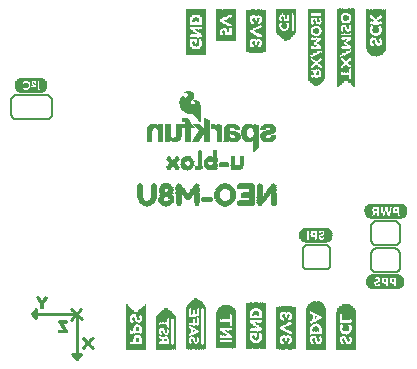
<source format=gbo>
G75*
%MOIN*%
%OFA0B0*%
%FSLAX25Y25*%
%IPPOS*%
%LPD*%
%AMOC8*
5,1,8,0,0,1.08239X$1,22.5*
%
%ADD10C,0.01000*%
%ADD11C,0.00800*%
%ADD12R,0.00157X0.13858*%
%ADD13R,0.00157X0.14331*%
%ADD14R,0.00157X0.14646*%
%ADD15R,0.00157X0.14961*%
%ADD16R,0.00157X0.15118*%
%ADD17R,0.00157X0.15276*%
%ADD18R,0.00157X0.15433*%
%ADD19R,0.00157X0.02835*%
%ADD20R,0.00157X0.11969*%
%ADD21R,0.00157X0.02520*%
%ADD22R,0.00157X0.01102*%
%ADD23R,0.00157X0.03150*%
%ADD24R,0.00157X0.04567*%
%ADD25R,0.00157X0.02205*%
%ADD26R,0.00157X0.00787*%
%ADD27R,0.00157X0.02677*%
%ADD28R,0.00157X0.04409*%
%ADD29R,0.00157X0.02047*%
%ADD30R,0.00157X0.00630*%
%ADD31R,0.00157X0.01890*%
%ADD32R,0.00157X0.01732*%
%ADD33R,0.00157X0.01575*%
%ADD34R,0.00157X0.00945*%
%ADD35R,0.00157X0.02362*%
%ADD36R,0.00157X0.01260*%
%ADD37R,0.00157X0.01417*%
%ADD38R,0.00157X0.04252*%
%ADD39R,0.00157X0.00315*%
%ADD40R,0.00157X0.04094*%
%ADD41R,0.00157X0.00472*%
%ADD42R,0.00157X0.03937*%
%ADD43R,0.00157X0.03307*%
%ADD44R,0.00157X0.03780*%
%ADD45R,0.00157X0.03465*%
%ADD46R,0.00157X0.02992*%
%ADD47R,0.00157X0.12913*%
%ADD48R,0.00157X0.13386*%
%ADD49R,0.00157X0.13701*%
%ADD50R,0.00157X0.14016*%
%ADD51R,0.00157X0.14173*%
%ADD52R,0.00157X0.14488*%
%ADD53R,0.00157X0.07087*%
%ADD54R,0.00157X0.04882*%
%ADD55R,0.00157X0.05039*%
%ADD56R,0.00157X0.05197*%
%ADD57R,0.00157X0.03622*%
%ADD58R,0.00157X0.00157*%
%ADD59R,0.00157X0.11024*%
%ADD60R,0.07205X0.00118*%
%ADD61R,0.07913X0.00118*%
%ADD62R,0.08386X0.00079*%
%ADD63R,0.08858X0.00157*%
%ADD64R,0.09094X0.00118*%
%ADD65R,0.09331X0.00118*%
%ADD66R,0.09567X0.00079*%
%ADD67R,0.03661X0.00118*%
%ADD68R,0.02126X0.00118*%
%ADD69R,0.02953X0.00118*%
%ADD70R,0.02244X0.00157*%
%ADD71R,0.00591X0.00157*%
%ADD72R,0.01535X0.00157*%
%ADD73R,0.02598X0.00157*%
%ADD74R,0.02244X0.00118*%
%ADD75R,0.00472X0.00118*%
%ADD76R,0.01181X0.00118*%
%ADD77R,0.02362X0.00118*%
%ADD78R,0.00945X0.00118*%
%ADD79R,0.00354X0.00118*%
%ADD80R,0.00827X0.00118*%
%ADD81R,0.02480X0.00157*%
%ADD82R,0.00354X0.00157*%
%ADD83R,0.00236X0.00157*%
%ADD84R,0.02480X0.00118*%
%ADD85R,0.02598X0.00118*%
%ADD86R,0.01063X0.00118*%
%ADD87R,0.02835X0.00118*%
%ADD88R,0.00472X0.00157*%
%ADD89R,0.04252X0.00157*%
%ADD90R,0.04370X0.00118*%
%ADD91R,0.00591X0.00118*%
%ADD92R,0.04488X0.00118*%
%ADD93R,0.00709X0.00157*%
%ADD94R,0.04488X0.00157*%
%ADD95R,0.00236X0.00118*%
%ADD96R,0.00118X0.00118*%
%ADD97R,0.00118X0.00157*%
%ADD98R,0.04370X0.00157*%
%ADD99R,0.04252X0.00118*%
%ADD100R,0.02717X0.00118*%
%ADD101R,0.03071X0.00157*%
%ADD102R,0.03425X0.00118*%
%ADD103R,0.09567X0.00118*%
%ADD104R,0.08858X0.00118*%
%ADD105R,0.08386X0.00118*%
%ADD106R,0.01181X0.00236*%
%ADD107R,0.00945X0.00236*%
%ADD108R,0.01654X0.00236*%
%ADD109R,0.01417X0.00236*%
%ADD110R,0.00472X0.00236*%
%ADD111R,0.02126X0.00236*%
%ADD112R,0.00709X0.00236*%
%ADD113R,0.03543X0.00236*%
%ADD114R,0.02835X0.00236*%
%ADD115R,0.04016X0.00236*%
%ADD116R,0.03307X0.00236*%
%ADD117R,0.03780X0.00236*%
%ADD118R,0.01890X0.00236*%
%ADD119R,0.04252X0.00236*%
%ADD120R,0.04488X0.00236*%
%ADD121R,0.03071X0.00236*%
%ADD122R,0.02598X0.00236*%
%ADD123R,0.02362X0.00236*%
%ADD124R,0.00236X0.00236*%
%ADD125R,0.00157X0.11181*%
%ADD126R,0.00157X0.11496*%
%ADD127R,0.00157X0.11654*%
%ADD128R,0.00157X0.12756*%
%ADD129R,0.00157X0.13071*%
%ADD130R,0.00157X0.13228*%
%ADD131R,0.00157X0.11811*%
%ADD132R,0.00157X0.14803*%
%ADD133R,0.00157X0.15906*%
%ADD134R,0.00157X0.16063*%
%ADD135R,0.00157X0.16220*%
%ADD136R,0.00157X0.16378*%
%ADD137R,0.00157X0.09921*%
%ADD138C,0.00600*%
%ADD139R,0.00157X0.10551*%
%ADD140R,0.00157X0.07874*%
%ADD141R,0.00157X0.08031*%
%ADD142R,0.00157X0.08346*%
%ADD143R,0.00157X0.08504*%
%ADD144R,0.00157X0.09606*%
%ADD145R,0.00157X0.09764*%
%ADD146R,0.00157X0.10079*%
%ADD147R,0.00157X0.08661*%
%ADD148R,0.00157X0.23425*%
%ADD149R,0.00118X0.23543*%
%ADD150R,0.00157X0.23819*%
%ADD151R,0.00118X0.23976*%
%ADD152R,0.00157X0.24094*%
%ADD153R,0.00118X0.24252*%
%ADD154R,0.00157X0.13898*%
%ADD155R,0.00118X0.04961*%
%ADD156R,0.00118X0.02205*%
%ADD157R,0.00118X0.06063*%
%ADD158R,0.00118X0.02756*%
%ADD159R,0.00118X0.03701*%
%ADD160R,0.00157X0.01772*%
%ADD161R,0.00157X0.01929*%
%ADD162R,0.00157X0.00433*%
%ADD163R,0.00157X0.01535*%
%ADD164R,0.00157X0.01811*%
%ADD165R,0.00157X0.00984*%
%ADD166R,0.00157X0.01496*%
%ADD167R,0.00118X0.01929*%
%ADD168R,0.00118X0.00827*%
%ADD169R,0.00118X0.01654*%
%ADD170R,0.00118X0.01772*%
%ADD171R,0.00118X0.00433*%
%ADD172R,0.00118X0.02047*%
%ADD173R,0.00118X0.01102*%
%ADD174R,0.00118X0.01496*%
%ADD175R,0.00118X0.00709*%
%ADD176R,0.00157X0.00551*%
%ADD177R,0.00157X0.01378*%
%ADD178R,0.00157X0.01654*%
%ADD179R,0.00118X0.00394*%
%ADD180R,0.00118X0.01260*%
%ADD181R,0.00118X0.00551*%
%ADD182R,0.00118X0.00984*%
%ADD183R,0.00157X0.02323*%
%ADD184R,0.00157X0.00669*%
%ADD185R,0.00157X0.00709*%
%ADD186R,0.00118X0.02480*%
%ADD187R,0.00118X0.00669*%
%ADD188R,0.00157X0.02598*%
%ADD189R,0.00157X0.00394*%
%ADD190R,0.00157X0.00827*%
%ADD191R,0.00118X0.02598*%
%ADD192R,0.00118X0.01811*%
%ADD193R,0.00118X0.02087*%
%ADD194R,0.00157X0.02756*%
%ADD195R,0.00118X0.02874*%
%ADD196R,0.00157X0.02874*%
%ADD197R,0.00118X0.00276*%
%ADD198R,0.00157X0.00118*%
%ADD199R,0.00157X0.00276*%
%ADD200R,0.00118X0.01378*%
%ADD201R,0.00118X0.01535*%
%ADD202R,0.00118X0.01220*%
%ADD203R,0.00118X0.00945*%
%ADD204R,0.00157X0.01220*%
%ADD205R,0.00157X0.08268*%
%ADD206R,0.00118X0.08425*%
%ADD207R,0.00118X0.15433*%
%ADD208R,0.00157X0.26299*%
%ADD209R,0.00118X0.26181*%
%ADD210R,0.00157X0.26024*%
%ADD211R,0.00118X0.25906*%
%ADD212R,0.00157X0.25748*%
%ADD213R,0.00118X0.25630*%
%ADD214R,0.00157X0.14055*%
%ADD215R,0.00118X0.05787*%
%ADD216R,0.00118X0.06772*%
%ADD217R,0.00118X0.03031*%
%ADD218R,0.00157X0.02480*%
%ADD219R,0.00118X0.02323*%
%ADD220R,0.00118X0.02362*%
%ADD221R,0.00118X0.02638*%
%ADD222R,0.00118X0.02913*%
%ADD223R,0.00157X0.03031*%
%ADD224R,0.00118X0.03307*%
%ADD225R,0.00157X0.09370*%
%ADD226R,0.00118X0.09803*%
%ADD227R,0.00118X0.15551*%
%ADD228C,0.00300*%
%ADD229R,0.07441X0.00118*%
%ADD230R,0.08150X0.00118*%
%ADD231R,0.08622X0.00079*%
%ADD232R,0.09094X0.00157*%
%ADD233R,0.09803X0.00079*%
%ADD234R,0.06614X0.00118*%
%ADD235R,0.00827X0.00157*%
%ADD236R,0.01063X0.00157*%
%ADD237R,0.00709X0.00118*%
%ADD238R,0.02362X0.00157*%
%ADD239R,0.01772X0.00118*%
%ADD240R,0.01772X0.00157*%
%ADD241R,0.00945X0.00157*%
%ADD242R,0.01535X0.00118*%
%ADD243R,0.02717X0.00157*%
%ADD244R,0.03189X0.00118*%
%ADD245R,0.03898X0.00157*%
%ADD246R,0.01890X0.00118*%
%ADD247R,0.01890X0.00157*%
%ADD248R,0.02008X0.00157*%
%ADD249R,0.09803X0.00118*%
%ADD250R,0.08622X0.00118*%
%ADD251R,0.10276X0.00079*%
%ADD252R,0.10748X0.00157*%
%ADD253R,0.10984X0.00118*%
%ADD254R,0.11220X0.00118*%
%ADD255R,0.11457X0.00079*%
%ADD256R,0.01417X0.00157*%
%ADD257R,0.04016X0.00118*%
%ADD258R,0.01654X0.00118*%
%ADD259R,0.02126X0.00157*%
%ADD260R,0.01299X0.00118*%
%ADD261R,0.02008X0.00118*%
%ADD262R,0.11457X0.00118*%
%ADD263R,0.10748X0.00118*%
%ADD264R,0.10276X0.00118*%
%ADD265R,0.11929X0.00079*%
%ADD266R,0.12402X0.00157*%
%ADD267R,0.12638X0.00118*%
%ADD268R,0.12874X0.00118*%
%ADD269R,0.13110X0.00079*%
%ADD270R,0.04961X0.00118*%
%ADD271R,0.03071X0.00118*%
%ADD272R,0.05079X0.00118*%
%ADD273R,0.01181X0.00157*%
%ADD274R,0.02835X0.00157*%
%ADD275R,0.01417X0.00118*%
%ADD276R,0.13110X0.00118*%
%ADD277R,0.12402X0.00118*%
%ADD278R,0.11929X0.00118*%
%ADD279R,0.00276X0.00276*%
%ADD280R,0.04409X0.00276*%
%ADD281R,0.01654X0.00276*%
%ADD282R,0.01929X0.00276*%
%ADD283R,0.00827X0.00276*%
%ADD284R,0.00551X0.00276*%
%ADD285R,0.01654X0.00315*%
%ADD286R,0.05512X0.00315*%
%ADD287R,0.03307X0.00315*%
%ADD288R,0.03031X0.00315*%
%ADD289R,0.01378X0.00315*%
%ADD290R,0.05787X0.00276*%
%ADD291R,0.03858X0.00276*%
%ADD292R,0.03583X0.00276*%
%ADD293R,0.02205X0.00236*%
%ADD294R,0.01929X0.00236*%
%ADD295R,0.05787X0.00236*%
%ADD296R,0.04961X0.00236*%
%ADD297R,0.04134X0.00236*%
%ADD298R,0.02480X0.00315*%
%ADD299R,0.01929X0.00315*%
%ADD300R,0.05787X0.00315*%
%ADD301R,0.02205X0.00315*%
%ADD302R,0.04409X0.00315*%
%ADD303R,0.02756X0.00276*%
%ADD304R,0.06063X0.00276*%
%ADD305R,0.02480X0.00276*%
%ADD306R,0.04685X0.00276*%
%ADD307R,0.05512X0.00276*%
%ADD308R,0.03031X0.00276*%
%ADD309R,0.02205X0.00276*%
%ADD310R,0.03031X0.00236*%
%ADD311R,0.02480X0.00236*%
%ADD312R,0.03307X0.00276*%
%ADD313R,0.04134X0.00276*%
%ADD314R,0.07992X0.00276*%
%ADD315R,0.04134X0.00315*%
%ADD316R,0.04685X0.00315*%
%ADD317R,0.02756X0.00315*%
%ADD318R,0.04961X0.00315*%
%ADD319R,0.01102X0.00276*%
%ADD320R,0.05236X0.00276*%
%ADD321R,0.04961X0.00276*%
%ADD322R,0.04685X0.00236*%
%ADD323R,0.01378X0.00236*%
%ADD324R,0.05236X0.00236*%
%ADD325R,0.02756X0.00236*%
%ADD326R,0.00787X0.00157*%
%ADD327R,0.01102X0.00157*%
%ADD328R,0.01260X0.00157*%
%ADD329R,0.02677X0.00157*%
%ADD330R,0.02047X0.00157*%
%ADD331R,0.01732X0.00157*%
%ADD332R,0.02205X0.00157*%
%ADD333R,0.02520X0.00157*%
%ADD334R,0.00630X0.00157*%
%ADD335R,0.00315X0.00157*%
%ADD336R,0.01575X0.00157*%
%ADD337R,0.03150X0.00157*%
%ADD338R,0.03307X0.00157*%
%ADD339R,0.02992X0.00157*%
%ADD340R,0.00157X0.12441*%
%ADD341R,0.00157X0.13543*%
%ADD342R,0.00157X0.04724*%
D10*
X0173333Y0095000D02*
X0174833Y0093500D01*
X0174833Y0096500D01*
X0173333Y0095000D01*
X0188333Y0095000D01*
X0188333Y0080000D01*
X0186833Y0081500D01*
X0189833Y0081500D01*
X0188333Y0080000D01*
X0186412Y0092979D02*
X0189948Y0096514D01*
X0186619Y0096714D02*
X0190155Y0093179D01*
D11*
X0286533Y0110600D02*
X0286533Y0115000D01*
X0286535Y0115083D01*
X0286541Y0115166D01*
X0286550Y0115249D01*
X0286564Y0115331D01*
X0286581Y0115412D01*
X0286602Y0115493D01*
X0286626Y0115572D01*
X0286655Y0115650D01*
X0286686Y0115727D01*
X0286722Y0115802D01*
X0286760Y0115876D01*
X0286803Y0115948D01*
X0286848Y0116017D01*
X0286897Y0116085D01*
X0286948Y0116150D01*
X0287003Y0116213D01*
X0287060Y0116273D01*
X0287120Y0116330D01*
X0287183Y0116385D01*
X0287248Y0116436D01*
X0287316Y0116485D01*
X0287385Y0116530D01*
X0287457Y0116573D01*
X0287531Y0116611D01*
X0287606Y0116647D01*
X0287683Y0116678D01*
X0287761Y0116707D01*
X0287840Y0116731D01*
X0287921Y0116752D01*
X0288002Y0116769D01*
X0288084Y0116783D01*
X0288167Y0116792D01*
X0288250Y0116798D01*
X0288333Y0116800D01*
X0294333Y0116800D01*
X0294333Y0117900D02*
X0288333Y0117900D01*
X0288250Y0117902D01*
X0288167Y0117908D01*
X0288084Y0117917D01*
X0288002Y0117931D01*
X0287921Y0117948D01*
X0287840Y0117969D01*
X0287761Y0117993D01*
X0287683Y0118022D01*
X0287606Y0118053D01*
X0287531Y0118089D01*
X0287457Y0118127D01*
X0287385Y0118170D01*
X0287316Y0118215D01*
X0287248Y0118264D01*
X0287183Y0118315D01*
X0287120Y0118370D01*
X0287060Y0118427D01*
X0287003Y0118487D01*
X0286948Y0118550D01*
X0286897Y0118615D01*
X0286848Y0118683D01*
X0286803Y0118752D01*
X0286760Y0118824D01*
X0286722Y0118898D01*
X0286686Y0118973D01*
X0286655Y0119050D01*
X0286626Y0119128D01*
X0286602Y0119207D01*
X0286581Y0119288D01*
X0286564Y0119369D01*
X0286550Y0119451D01*
X0286541Y0119534D01*
X0286535Y0119617D01*
X0286533Y0119700D01*
X0286533Y0124100D01*
X0286535Y0124183D01*
X0286541Y0124266D01*
X0286550Y0124349D01*
X0286564Y0124431D01*
X0286581Y0124512D01*
X0286602Y0124593D01*
X0286626Y0124672D01*
X0286655Y0124750D01*
X0286686Y0124827D01*
X0286722Y0124902D01*
X0286760Y0124976D01*
X0286803Y0125048D01*
X0286848Y0125117D01*
X0286897Y0125185D01*
X0286948Y0125250D01*
X0287003Y0125313D01*
X0287060Y0125373D01*
X0287120Y0125430D01*
X0287183Y0125485D01*
X0287248Y0125536D01*
X0287316Y0125585D01*
X0287385Y0125630D01*
X0287457Y0125673D01*
X0287531Y0125711D01*
X0287606Y0125747D01*
X0287683Y0125778D01*
X0287761Y0125807D01*
X0287840Y0125831D01*
X0287921Y0125852D01*
X0288002Y0125869D01*
X0288084Y0125883D01*
X0288167Y0125892D01*
X0288250Y0125898D01*
X0288333Y0125900D01*
X0294333Y0125900D01*
X0294416Y0125898D01*
X0294499Y0125892D01*
X0294582Y0125883D01*
X0294664Y0125869D01*
X0294745Y0125852D01*
X0294826Y0125831D01*
X0294905Y0125807D01*
X0294983Y0125778D01*
X0295060Y0125747D01*
X0295135Y0125711D01*
X0295209Y0125673D01*
X0295281Y0125630D01*
X0295350Y0125585D01*
X0295418Y0125536D01*
X0295483Y0125485D01*
X0295546Y0125430D01*
X0295606Y0125373D01*
X0295663Y0125313D01*
X0295718Y0125250D01*
X0295769Y0125185D01*
X0295818Y0125117D01*
X0295863Y0125048D01*
X0295906Y0124976D01*
X0295944Y0124902D01*
X0295980Y0124827D01*
X0296011Y0124750D01*
X0296040Y0124672D01*
X0296064Y0124593D01*
X0296085Y0124512D01*
X0296102Y0124431D01*
X0296116Y0124349D01*
X0296125Y0124266D01*
X0296131Y0124183D01*
X0296133Y0124100D01*
X0296133Y0119700D01*
X0296131Y0119617D01*
X0296125Y0119534D01*
X0296116Y0119451D01*
X0296102Y0119369D01*
X0296085Y0119288D01*
X0296064Y0119207D01*
X0296040Y0119128D01*
X0296011Y0119050D01*
X0295980Y0118973D01*
X0295944Y0118898D01*
X0295906Y0118824D01*
X0295863Y0118752D01*
X0295818Y0118683D01*
X0295769Y0118615D01*
X0295718Y0118550D01*
X0295663Y0118487D01*
X0295606Y0118427D01*
X0295546Y0118370D01*
X0295483Y0118315D01*
X0295418Y0118264D01*
X0295350Y0118215D01*
X0295281Y0118170D01*
X0295209Y0118127D01*
X0295135Y0118089D01*
X0295060Y0118053D01*
X0294983Y0118022D01*
X0294905Y0117993D01*
X0294826Y0117969D01*
X0294745Y0117948D01*
X0294664Y0117931D01*
X0294582Y0117917D01*
X0294499Y0117908D01*
X0294416Y0117902D01*
X0294333Y0117900D01*
X0294333Y0116800D02*
X0294416Y0116798D01*
X0294499Y0116792D01*
X0294582Y0116783D01*
X0294664Y0116769D01*
X0294745Y0116752D01*
X0294826Y0116731D01*
X0294905Y0116707D01*
X0294983Y0116678D01*
X0295060Y0116647D01*
X0295135Y0116611D01*
X0295209Y0116573D01*
X0295281Y0116530D01*
X0295350Y0116485D01*
X0295418Y0116436D01*
X0295483Y0116385D01*
X0295546Y0116330D01*
X0295606Y0116273D01*
X0295663Y0116213D01*
X0295718Y0116150D01*
X0295769Y0116085D01*
X0295818Y0116017D01*
X0295863Y0115948D01*
X0295906Y0115876D01*
X0295944Y0115802D01*
X0295980Y0115727D01*
X0296011Y0115650D01*
X0296040Y0115572D01*
X0296064Y0115493D01*
X0296085Y0115412D01*
X0296102Y0115331D01*
X0296116Y0115249D01*
X0296125Y0115166D01*
X0296131Y0115083D01*
X0296133Y0115000D01*
X0296133Y0110600D01*
X0296131Y0110517D01*
X0296125Y0110434D01*
X0296116Y0110351D01*
X0296102Y0110269D01*
X0296085Y0110188D01*
X0296064Y0110107D01*
X0296040Y0110028D01*
X0296011Y0109950D01*
X0295980Y0109873D01*
X0295944Y0109798D01*
X0295906Y0109724D01*
X0295863Y0109652D01*
X0295818Y0109583D01*
X0295769Y0109515D01*
X0295718Y0109450D01*
X0295663Y0109387D01*
X0295606Y0109327D01*
X0295546Y0109270D01*
X0295483Y0109215D01*
X0295418Y0109164D01*
X0295350Y0109115D01*
X0295281Y0109070D01*
X0295209Y0109027D01*
X0295135Y0108989D01*
X0295060Y0108953D01*
X0294983Y0108922D01*
X0294905Y0108893D01*
X0294826Y0108869D01*
X0294745Y0108848D01*
X0294664Y0108831D01*
X0294582Y0108817D01*
X0294499Y0108808D01*
X0294416Y0108802D01*
X0294333Y0108800D01*
X0288333Y0108800D01*
X0288250Y0108802D01*
X0288167Y0108808D01*
X0288084Y0108817D01*
X0288002Y0108831D01*
X0287921Y0108848D01*
X0287840Y0108869D01*
X0287761Y0108893D01*
X0287683Y0108922D01*
X0287606Y0108953D01*
X0287531Y0108989D01*
X0287457Y0109027D01*
X0287385Y0109070D01*
X0287316Y0109115D01*
X0287248Y0109164D01*
X0287183Y0109215D01*
X0287120Y0109270D01*
X0287060Y0109327D01*
X0287003Y0109387D01*
X0286948Y0109450D01*
X0286897Y0109515D01*
X0286848Y0109583D01*
X0286803Y0109652D01*
X0286760Y0109724D01*
X0286722Y0109798D01*
X0286686Y0109873D01*
X0286655Y0109950D01*
X0286626Y0110028D01*
X0286602Y0110107D01*
X0286581Y0110188D01*
X0286564Y0110269D01*
X0286550Y0110351D01*
X0286541Y0110434D01*
X0286535Y0110517D01*
X0286533Y0110600D01*
X0180133Y0161700D02*
X0180133Y0166100D01*
X0180131Y0166183D01*
X0180125Y0166266D01*
X0180116Y0166349D01*
X0180102Y0166431D01*
X0180085Y0166512D01*
X0180064Y0166593D01*
X0180040Y0166672D01*
X0180011Y0166750D01*
X0179980Y0166827D01*
X0179944Y0166902D01*
X0179906Y0166976D01*
X0179863Y0167048D01*
X0179818Y0167117D01*
X0179769Y0167185D01*
X0179718Y0167250D01*
X0179663Y0167313D01*
X0179606Y0167373D01*
X0179546Y0167430D01*
X0179483Y0167485D01*
X0179418Y0167536D01*
X0179350Y0167585D01*
X0179281Y0167630D01*
X0179209Y0167673D01*
X0179135Y0167711D01*
X0179060Y0167747D01*
X0178983Y0167778D01*
X0178905Y0167807D01*
X0178826Y0167831D01*
X0178745Y0167852D01*
X0178664Y0167869D01*
X0178582Y0167883D01*
X0178499Y0167892D01*
X0178416Y0167898D01*
X0178333Y0167900D01*
X0168333Y0167900D01*
X0168250Y0167898D01*
X0168167Y0167892D01*
X0168084Y0167883D01*
X0168002Y0167869D01*
X0167921Y0167852D01*
X0167840Y0167831D01*
X0167761Y0167807D01*
X0167683Y0167778D01*
X0167606Y0167747D01*
X0167531Y0167711D01*
X0167457Y0167673D01*
X0167385Y0167630D01*
X0167316Y0167585D01*
X0167248Y0167536D01*
X0167183Y0167485D01*
X0167120Y0167430D01*
X0167060Y0167373D01*
X0167003Y0167313D01*
X0166948Y0167250D01*
X0166897Y0167185D01*
X0166848Y0167117D01*
X0166803Y0167048D01*
X0166760Y0166976D01*
X0166722Y0166902D01*
X0166686Y0166827D01*
X0166655Y0166750D01*
X0166626Y0166672D01*
X0166602Y0166593D01*
X0166581Y0166512D01*
X0166564Y0166431D01*
X0166550Y0166349D01*
X0166541Y0166266D01*
X0166535Y0166183D01*
X0166533Y0166100D01*
X0166533Y0161700D01*
X0166535Y0161617D01*
X0166541Y0161534D01*
X0166550Y0161451D01*
X0166564Y0161369D01*
X0166581Y0161288D01*
X0166602Y0161207D01*
X0166626Y0161128D01*
X0166655Y0161050D01*
X0166686Y0160973D01*
X0166722Y0160898D01*
X0166760Y0160824D01*
X0166803Y0160752D01*
X0166848Y0160683D01*
X0166897Y0160615D01*
X0166948Y0160550D01*
X0167003Y0160487D01*
X0167060Y0160427D01*
X0167120Y0160370D01*
X0167183Y0160315D01*
X0167248Y0160264D01*
X0167316Y0160215D01*
X0167385Y0160170D01*
X0167457Y0160127D01*
X0167531Y0160089D01*
X0167606Y0160053D01*
X0167683Y0160022D01*
X0167761Y0159993D01*
X0167840Y0159969D01*
X0167921Y0159948D01*
X0168002Y0159931D01*
X0168084Y0159917D01*
X0168167Y0159908D01*
X0168250Y0159902D01*
X0168333Y0159900D01*
X0178333Y0159900D01*
X0178416Y0159902D01*
X0178499Y0159908D01*
X0178582Y0159917D01*
X0178664Y0159931D01*
X0178745Y0159948D01*
X0178826Y0159969D01*
X0178905Y0159993D01*
X0178983Y0160022D01*
X0179060Y0160053D01*
X0179135Y0160089D01*
X0179209Y0160127D01*
X0179281Y0160170D01*
X0179350Y0160215D01*
X0179418Y0160264D01*
X0179483Y0160315D01*
X0179546Y0160370D01*
X0179606Y0160427D01*
X0179663Y0160487D01*
X0179718Y0160550D01*
X0179769Y0160615D01*
X0179818Y0160683D01*
X0179863Y0160752D01*
X0179906Y0160824D01*
X0179944Y0160898D01*
X0179980Y0160973D01*
X0180011Y0161050D01*
X0180040Y0161128D01*
X0180064Y0161207D01*
X0180085Y0161288D01*
X0180102Y0161369D01*
X0180116Y0161451D01*
X0180125Y0161534D01*
X0180131Y0161617D01*
X0180133Y0161700D01*
D12*
X0265184Y0089819D03*
X0271483Y0089819D03*
D13*
X0271325Y0090055D03*
X0275971Y0090055D03*
X0280696Y0090055D03*
X0265341Y0090055D03*
X0261483Y0090213D03*
X0261325Y0090213D03*
X0261168Y0090213D03*
X0261010Y0090213D03*
X0260853Y0090213D03*
X0260696Y0090213D03*
X0260538Y0090213D03*
X0256129Y0090213D03*
X0255971Y0090213D03*
X0255814Y0090213D03*
X0255656Y0090213D03*
X0255499Y0090213D03*
X0255341Y0090213D03*
X0255184Y0090213D03*
X0231325Y0090343D03*
X0225341Y0090343D03*
X0210538Y0090055D03*
X0206129Y0090055D03*
X0245184Y0189113D03*
X0245341Y0189113D03*
X0245499Y0189113D03*
X0245656Y0189113D03*
X0245814Y0189113D03*
X0245971Y0189113D03*
X0246129Y0189113D03*
X0250538Y0189113D03*
X0250696Y0189113D03*
X0250853Y0189113D03*
X0251010Y0189113D03*
X0251168Y0189113D03*
X0251325Y0189113D03*
X0251483Y0189113D03*
X0285656Y0189240D03*
X0291010Y0189240D03*
D14*
X0290696Y0189083D03*
X0285971Y0189083D03*
X0271168Y0090213D03*
X0265499Y0090213D03*
X0231168Y0090500D03*
X0225499Y0090500D03*
X0210853Y0090213D03*
X0205814Y0090213D03*
D15*
X0205499Y0090370D03*
X0211168Y0090370D03*
X0225814Y0090657D03*
X0265656Y0090370D03*
X0271010Y0090370D03*
D16*
X0270853Y0090449D03*
X0265814Y0090449D03*
X0211325Y0090449D03*
X0205341Y0090449D03*
D17*
X0205184Y0090528D03*
X0211483Y0090528D03*
X0245184Y0091028D03*
X0245341Y0091028D03*
X0245499Y0091028D03*
X0245656Y0091028D03*
X0245814Y0091028D03*
X0245971Y0091028D03*
X0246129Y0091028D03*
X0250538Y0091028D03*
X0250696Y0091028D03*
X0250853Y0091028D03*
X0251010Y0091028D03*
X0251168Y0091028D03*
X0251325Y0091028D03*
X0251483Y0091028D03*
X0265971Y0090528D03*
X0270696Y0090528D03*
X0231483Y0188928D03*
X0231325Y0188928D03*
X0231168Y0188928D03*
X0231010Y0188928D03*
X0230853Y0188928D03*
X0230696Y0188928D03*
X0230538Y0188928D03*
X0226129Y0188928D03*
X0225971Y0188928D03*
X0225814Y0188928D03*
X0225656Y0188928D03*
X0225499Y0188928D03*
X0225341Y0188928D03*
X0225184Y0188928D03*
D18*
X0266504Y0188865D03*
X0276404Y0189016D03*
X0270538Y0090606D03*
X0266129Y0090606D03*
D19*
X0268018Y0084307D03*
X0270381Y0084307D03*
X0277703Y0090449D03*
X0277861Y0090449D03*
X0278018Y0090449D03*
X0278176Y0090449D03*
X0278333Y0090449D03*
X0278491Y0090449D03*
X0278648Y0090449D03*
X0278806Y0090449D03*
X0276286Y0096118D03*
X0276444Y0096276D03*
X0276601Y0096276D03*
X0266601Y0097220D03*
X0266444Y0097220D03*
X0260381Y0095961D03*
X0249121Y0087799D03*
X0246444Y0084807D03*
X0258018Y0084465D03*
X0258176Y0084465D03*
X0258333Y0084465D03*
X0258491Y0084465D03*
X0258648Y0084465D03*
X0258806Y0084465D03*
X0260381Y0084465D03*
X0246444Y0097248D03*
X0240223Y0095988D03*
X0239908Y0096146D03*
X0239751Y0096146D03*
X0218333Y0089949D03*
X0215971Y0093571D03*
X0207703Y0092339D03*
X0206601Y0090764D03*
X0280381Y0084307D03*
X0226444Y0182707D03*
X0229121Y0185699D03*
X0236286Y0190987D03*
X0240381Y0192719D03*
X0237546Y0195081D03*
X0237388Y0195081D03*
X0226444Y0195148D03*
X0248018Y0183365D03*
X0248176Y0183365D03*
X0248333Y0183365D03*
X0248491Y0183365D03*
X0248648Y0183365D03*
X0248806Y0183365D03*
X0250381Y0183365D03*
X0257331Y0187892D03*
X0257488Y0187735D03*
X0257646Y0187735D03*
X0257803Y0191357D03*
X0250381Y0194861D03*
X0287861Y0194988D03*
X0288648Y0194988D03*
X0288648Y0189949D03*
X0288491Y0189949D03*
X0288333Y0189949D03*
X0288176Y0189949D03*
X0288018Y0189949D03*
X0287861Y0189949D03*
X0287703Y0189949D03*
X0288806Y0189949D03*
D20*
X0270381Y0092496D03*
X0241483Y0089531D03*
X0235184Y0089531D03*
D21*
X0227388Y0084437D03*
X0207231Y0090606D03*
X0207073Y0090606D03*
X0206916Y0090606D03*
X0246601Y0084650D03*
X0249908Y0084650D03*
X0256286Y0084307D03*
X0256444Y0088559D03*
X0256444Y0091866D03*
X0256286Y0096118D03*
X0249908Y0097406D03*
X0246601Y0097406D03*
X0270223Y0084150D03*
X0276286Y0084150D03*
X0276286Y0088087D03*
X0246286Y0183207D03*
X0246444Y0187459D03*
X0246444Y0190766D03*
X0246286Y0195018D03*
X0240223Y0192719D03*
X0238176Y0195239D03*
X0238018Y0195239D03*
X0229908Y0195306D03*
X0226601Y0195306D03*
X0226601Y0182550D03*
X0229908Y0182550D03*
X0256229Y0188837D03*
X0256859Y0188207D03*
X0257016Y0188050D03*
X0257961Y0191357D03*
X0258118Y0191357D03*
X0286286Y0187587D03*
X0287546Y0195146D03*
X0288963Y0195146D03*
D22*
X0290223Y0190972D03*
X0289278Y0189555D03*
X0289751Y0187508D03*
X0289593Y0187350D03*
X0289278Y0187193D03*
X0288648Y0186878D03*
X0287388Y0185618D03*
X0286759Y0187508D03*
X0279711Y0191772D03*
X0278609Y0191220D03*
X0278058Y0189016D03*
X0269811Y0190951D03*
X0268158Y0191502D03*
X0268709Y0193707D03*
X0268433Y0182683D03*
X0267607Y0180321D03*
X0270087Y0176345D03*
X0268985Y0175085D03*
X0268709Y0175085D03*
X0267055Y0175085D03*
X0278058Y0182677D03*
X0250223Y0186593D03*
X0248648Y0187065D03*
X0249121Y0185176D03*
X0248963Y0185018D03*
X0247546Y0185176D03*
X0247388Y0185176D03*
X0248648Y0189113D03*
X0248806Y0189113D03*
X0250223Y0191632D03*
X0248963Y0192892D03*
X0249121Y0193050D03*
X0247546Y0193050D03*
X0247388Y0193050D03*
X0237388Y0188861D03*
X0229436Y0189243D03*
X0227073Y0188770D03*
X0227388Y0192865D03*
X0229121Y0192865D03*
X0229278Y0185148D03*
X0228648Y0184518D03*
X0247388Y0094965D03*
X0249121Y0094965D03*
X0249436Y0091343D03*
X0247073Y0090870D03*
X0249278Y0087248D03*
X0248648Y0086618D03*
X0257388Y0086276D03*
X0257546Y0086276D03*
X0258963Y0086118D03*
X0259121Y0086276D03*
X0260223Y0087693D03*
X0258648Y0088165D03*
X0258648Y0090213D03*
X0258806Y0090213D03*
X0260223Y0092732D03*
X0258963Y0093992D03*
X0259121Y0094150D03*
X0257546Y0094150D03*
X0257388Y0094150D03*
X0266444Y0091157D03*
X0267388Y0086118D03*
X0270223Y0087535D03*
X0276759Y0088008D03*
X0278648Y0087378D03*
X0279278Y0087693D03*
X0279593Y0087850D03*
X0279751Y0088008D03*
X0279278Y0090055D03*
X0280223Y0091472D03*
X0277388Y0086118D03*
X0239436Y0088823D03*
X0237073Y0088350D03*
X0228176Y0090500D03*
X0228018Y0090500D03*
X0219121Y0087508D03*
X0215971Y0087823D03*
X0216129Y0086248D03*
X0210066Y0087850D03*
X0208491Y0086276D03*
X0208491Y0089898D03*
X0208648Y0089898D03*
X0209121Y0089898D03*
X0209908Y0091630D03*
X0208176Y0091945D03*
X0207388Y0093362D03*
X0208491Y0094937D03*
X0207388Y0095409D03*
D23*
X0206286Y0095488D03*
X0216286Y0093728D03*
X0218963Y0094988D03*
X0228963Y0098295D03*
X0239593Y0096146D03*
X0246286Y0084965D03*
X0227231Y0084752D03*
X0266916Y0097220D03*
X0270223Y0091866D03*
X0287073Y0182547D03*
X0286916Y0182705D03*
X0286759Y0182705D03*
X0286601Y0182862D03*
X0288176Y0194831D03*
X0288333Y0194831D03*
X0258276Y0194979D03*
X0257488Y0191672D03*
X0257961Y0187577D03*
X0236916Y0194924D03*
X0236759Y0194924D03*
X0226286Y0182865D03*
D24*
X0227073Y0097114D03*
X0218491Y0094437D03*
X0218333Y0094437D03*
X0218176Y0094437D03*
X0218018Y0094437D03*
X0217861Y0094437D03*
X0237073Y0095437D03*
X0237231Y0095437D03*
X0237388Y0095437D03*
X0239278Y0095437D03*
X0239436Y0095437D03*
X0269121Y0096827D03*
X0269593Y0096669D03*
X0269908Y0096512D03*
X0270223Y0096354D03*
D25*
X0269908Y0092024D03*
X0266444Y0093756D03*
X0260066Y0096276D03*
X0258333Y0096276D03*
X0256444Y0096276D03*
X0258176Y0092654D03*
X0258333Y0092654D03*
X0256601Y0091866D03*
X0256601Y0088559D03*
X0256444Y0084150D03*
X0258963Y0084150D03*
X0260066Y0084150D03*
X0268333Y0083992D03*
X0270066Y0083992D03*
X0268963Y0086984D03*
X0278333Y0083992D03*
X0280066Y0083992D03*
X0278963Y0086984D03*
X0249751Y0084492D03*
X0249593Y0084492D03*
X0246916Y0084492D03*
X0236286Y0091264D03*
X0228333Y0092941D03*
X0228176Y0092941D03*
X0227073Y0092941D03*
X0226916Y0092941D03*
X0226759Y0092941D03*
X0226601Y0092941D03*
X0226444Y0092941D03*
X0226286Y0092941D03*
X0226129Y0092941D03*
X0226601Y0097823D03*
X0208806Y0094386D03*
X0207861Y0092181D03*
X0206601Y0095646D03*
X0227546Y0084280D03*
X0246916Y0097563D03*
X0249593Y0097563D03*
X0277507Y0173465D03*
X0279160Y0173465D03*
X0277782Y0176496D03*
X0267331Y0185164D03*
X0267055Y0185164D03*
X0266780Y0185164D03*
X0258276Y0191357D03*
X0257961Y0195451D03*
X0259378Y0195451D03*
X0250066Y0195176D03*
X0248333Y0195176D03*
X0246444Y0195176D03*
X0248176Y0191554D03*
X0248333Y0191554D03*
X0246601Y0190766D03*
X0246601Y0187459D03*
X0246444Y0183050D03*
X0248963Y0183050D03*
X0250066Y0183050D03*
X0239121Y0189884D03*
X0238963Y0189884D03*
X0236601Y0191144D03*
X0239908Y0192719D03*
X0240066Y0192719D03*
X0240381Y0195396D03*
X0238806Y0195396D03*
X0238648Y0195396D03*
X0229593Y0195463D03*
X0226916Y0195463D03*
X0236286Y0187050D03*
X0229751Y0182392D03*
X0229593Y0182392D03*
X0226916Y0182392D03*
X0287231Y0195303D03*
X0289278Y0195303D03*
X0290381Y0195303D03*
X0288963Y0186484D03*
D26*
X0288491Y0187035D03*
X0287073Y0187508D03*
X0286916Y0187508D03*
X0287231Y0189555D03*
X0289121Y0190972D03*
X0289751Y0192862D03*
X0286916Y0192862D03*
X0258591Y0190963D03*
X0256859Y0190963D03*
X0257016Y0192223D03*
X0256229Y0192380D03*
X0256859Y0193640D03*
X0250066Y0191632D03*
X0249278Y0191317D03*
X0249121Y0191317D03*
X0249278Y0193050D03*
X0247231Y0193050D03*
X0248333Y0189113D03*
X0248491Y0189113D03*
X0248963Y0187065D03*
X0250066Y0186593D03*
X0249278Y0185176D03*
X0247231Y0185176D03*
X0239436Y0190435D03*
X0237231Y0188861D03*
X0230066Y0186723D03*
X0229278Y0186723D03*
X0227546Y0188613D03*
X0227388Y0188613D03*
X0228963Y0189400D03*
X0226286Y0190975D03*
X0227231Y0185148D03*
X0207703Y0095252D03*
X0208018Y0095094D03*
X0208176Y0095094D03*
X0207231Y0093362D03*
X0208333Y0091787D03*
X0209751Y0091630D03*
X0209278Y0093362D03*
X0209751Y0088008D03*
X0207861Y0088008D03*
X0216759Y0088925D03*
X0217546Y0087823D03*
X0218491Y0088925D03*
X0218963Y0087508D03*
X0218491Y0086091D03*
X0217703Y0086091D03*
X0216759Y0086091D03*
X0216601Y0086091D03*
X0226759Y0086091D03*
X0228491Y0086091D03*
X0227546Y0090657D03*
X0227388Y0090657D03*
X0227388Y0093650D03*
X0227546Y0093650D03*
X0227703Y0093650D03*
X0227861Y0093650D03*
X0237546Y0088193D03*
X0238963Y0088980D03*
X0239121Y0088980D03*
X0246286Y0093075D03*
X0247388Y0090713D03*
X0247546Y0090713D03*
X0248963Y0091500D03*
X0249278Y0088823D03*
X0250066Y0088823D03*
X0247231Y0087248D03*
X0257231Y0086276D03*
X0259278Y0086276D03*
X0260066Y0087693D03*
X0258963Y0088165D03*
X0258491Y0090213D03*
X0258333Y0090213D03*
X0259121Y0092417D03*
X0259278Y0092417D03*
X0260066Y0092732D03*
X0259278Y0094150D03*
X0257231Y0094150D03*
X0268333Y0092102D03*
X0268491Y0092102D03*
X0268491Y0087693D03*
X0269436Y0087693D03*
X0270066Y0087693D03*
X0266601Y0087693D03*
X0276916Y0088008D03*
X0277073Y0088008D03*
X0278491Y0087535D03*
X0277231Y0090055D03*
X0279121Y0091472D03*
D27*
X0278963Y0090528D03*
X0277546Y0090528D03*
X0278018Y0084228D03*
X0270066Y0091945D03*
X0266286Y0084228D03*
X0250066Y0084728D03*
X0240066Y0096067D03*
X0250066Y0097327D03*
X0228333Y0087035D03*
X0218176Y0090028D03*
X0210223Y0095567D03*
X0208963Y0094307D03*
X0206444Y0095567D03*
X0206759Y0090685D03*
X0206759Y0087063D03*
X0206916Y0087063D03*
X0207073Y0087063D03*
X0207231Y0087063D03*
X0206601Y0087063D03*
X0206444Y0087063D03*
X0230066Y0182628D03*
X0230066Y0195227D03*
X0237703Y0195160D03*
X0237861Y0195160D03*
X0256071Y0189073D03*
X0257173Y0187971D03*
X0258118Y0195215D03*
X0287703Y0195067D03*
X0288806Y0195067D03*
X0288963Y0190028D03*
X0287546Y0190028D03*
D28*
X0268963Y0096906D03*
X0268806Y0096906D03*
X0269278Y0096748D03*
X0269436Y0096748D03*
X0269751Y0096591D03*
X0270066Y0096433D03*
X0236916Y0095358D03*
X0236759Y0095358D03*
X0226916Y0097035D03*
X0218648Y0094516D03*
X0217703Y0094358D03*
D29*
X0220223Y0094437D03*
X0226444Y0097744D03*
X0228491Y0093020D03*
X0225971Y0089083D03*
X0228018Y0087193D03*
X0229278Y0087823D03*
X0229121Y0084201D03*
X0227703Y0084201D03*
X0226129Y0084201D03*
X0217231Y0088138D03*
X0217073Y0088295D03*
X0215971Y0090500D03*
X0209908Y0095567D03*
X0206759Y0095567D03*
X0206286Y0083913D03*
X0247073Y0084413D03*
X0247231Y0084413D03*
X0249436Y0084413D03*
X0256601Y0084071D03*
X0259908Y0084071D03*
X0256759Y0088638D03*
X0259751Y0090213D03*
X0259908Y0090213D03*
X0258648Y0092732D03*
X0258491Y0092732D03*
X0256759Y0091787D03*
X0256601Y0096354D03*
X0258491Y0096354D03*
X0259908Y0096354D03*
X0266601Y0093677D03*
X0269751Y0092102D03*
X0269751Y0083913D03*
X0269908Y0083913D03*
X0268648Y0083913D03*
X0268491Y0083913D03*
X0267546Y0083913D03*
X0266759Y0083913D03*
X0266601Y0083913D03*
X0276601Y0083913D03*
X0277546Y0083913D03*
X0278491Y0083913D03*
X0279751Y0083913D03*
X0279908Y0083913D03*
X0249436Y0097642D03*
X0247231Y0097642D03*
X0247073Y0097642D03*
X0267055Y0172683D03*
X0269811Y0172683D03*
X0268433Y0180124D03*
X0278333Y0180276D03*
X0278885Y0176417D03*
X0277231Y0185236D03*
X0276955Y0185236D03*
X0276955Y0195709D03*
X0279711Y0195709D03*
X0286286Y0195382D03*
X0287073Y0195382D03*
X0289436Y0195382D03*
X0290223Y0195382D03*
X0260166Y0188128D03*
X0249908Y0189113D03*
X0249751Y0189113D03*
X0248648Y0191632D03*
X0248491Y0191632D03*
X0246759Y0190687D03*
X0246759Y0187538D03*
X0246601Y0182971D03*
X0249908Y0182971D03*
X0240223Y0186971D03*
X0240066Y0186971D03*
X0237861Y0186971D03*
X0237388Y0186971D03*
X0236444Y0186971D03*
X0239278Y0189806D03*
X0236759Y0191065D03*
X0238963Y0195475D03*
X0239121Y0195475D03*
X0246601Y0195254D03*
X0248491Y0195254D03*
X0249908Y0195254D03*
X0256229Y0195530D03*
X0258591Y0195530D03*
X0259221Y0195530D03*
X0229436Y0195542D03*
X0227231Y0195542D03*
X0227073Y0195542D03*
X0227073Y0182313D03*
X0227231Y0182313D03*
X0229436Y0182313D03*
D30*
X0229436Y0186802D03*
X0229593Y0186802D03*
X0229751Y0186802D03*
X0229908Y0186802D03*
X0228648Y0186802D03*
X0227703Y0188534D03*
X0228806Y0189479D03*
X0230223Y0191054D03*
X0227231Y0192628D03*
X0226444Y0191054D03*
X0226601Y0186802D03*
X0237861Y0188939D03*
X0240223Y0190514D03*
X0238333Y0192719D03*
X0238176Y0192719D03*
X0249121Y0186987D03*
X0249278Y0186987D03*
X0249593Y0186829D03*
X0249908Y0186672D03*
X0249593Y0191396D03*
X0249436Y0191396D03*
X0249908Y0191554D03*
X0258433Y0192144D03*
X0258591Y0193719D03*
X0287073Y0192783D03*
X0287388Y0191051D03*
X0289278Y0191051D03*
X0290066Y0191051D03*
X0289593Y0192783D03*
X0287388Y0187429D03*
X0287231Y0187429D03*
X0289436Y0185697D03*
X0247231Y0094728D03*
X0246444Y0093154D03*
X0247703Y0090634D03*
X0248806Y0091579D03*
X0250223Y0093154D03*
X0249908Y0088902D03*
X0249751Y0088902D03*
X0249593Y0088902D03*
X0249436Y0088902D03*
X0248648Y0088902D03*
X0246601Y0088902D03*
X0240223Y0086539D03*
X0240066Y0086539D03*
X0238806Y0089059D03*
X0237703Y0088114D03*
X0236444Y0086539D03*
X0236286Y0086539D03*
X0239593Y0090634D03*
X0227231Y0090736D03*
X0227073Y0090736D03*
X0225971Y0090894D03*
X0227388Y0087587D03*
X0227546Y0087587D03*
X0219278Y0089949D03*
X0218806Y0087587D03*
X0217703Y0087744D03*
X0216916Y0087587D03*
X0209593Y0088087D03*
X0209436Y0088087D03*
X0208176Y0088087D03*
X0208018Y0088087D03*
X0208491Y0091866D03*
X0209593Y0091709D03*
X0209436Y0093283D03*
X0207861Y0095173D03*
X0259436Y0092496D03*
X0259593Y0092496D03*
X0259908Y0092654D03*
X0259278Y0088087D03*
X0259121Y0088087D03*
X0259593Y0087929D03*
X0259908Y0087772D03*
X0266759Y0087772D03*
X0268333Y0087772D03*
X0269593Y0087772D03*
X0269751Y0087772D03*
X0269908Y0087772D03*
X0269436Y0086197D03*
X0267231Y0089504D03*
X0266916Y0091394D03*
X0266759Y0091394D03*
X0267073Y0091551D03*
X0267703Y0091866D03*
X0268018Y0092024D03*
X0268176Y0092024D03*
X0268018Y0093756D03*
X0277388Y0091551D03*
X0279278Y0091551D03*
X0280066Y0091551D03*
X0277388Y0087929D03*
X0277231Y0087929D03*
X0279436Y0086197D03*
D31*
X0278806Y0087142D03*
X0276444Y0088087D03*
X0276759Y0083835D03*
X0276916Y0083835D03*
X0277231Y0083835D03*
X0277388Y0083835D03*
X0278648Y0083835D03*
X0278806Y0083835D03*
X0278963Y0083835D03*
X0279121Y0083835D03*
X0279278Y0083835D03*
X0279436Y0083835D03*
X0279593Y0083835D03*
X0269593Y0083835D03*
X0269436Y0083835D03*
X0269278Y0083835D03*
X0269121Y0083835D03*
X0268963Y0083835D03*
X0268806Y0083835D03*
X0267388Y0083835D03*
X0267231Y0083835D03*
X0267073Y0083835D03*
X0266916Y0083835D03*
X0268806Y0087142D03*
X0266759Y0093756D03*
X0259751Y0096433D03*
X0259593Y0096433D03*
X0258806Y0096433D03*
X0258648Y0096433D03*
X0258176Y0096433D03*
X0258018Y0096433D03*
X0256759Y0096433D03*
X0258806Y0092811D03*
X0259593Y0090291D03*
X0259593Y0083992D03*
X0259436Y0083992D03*
X0259278Y0083992D03*
X0259121Y0083992D03*
X0259751Y0083992D03*
X0257703Y0083992D03*
X0256759Y0083992D03*
X0249278Y0084335D03*
X0249121Y0084335D03*
X0248963Y0084335D03*
X0247703Y0084335D03*
X0247546Y0084335D03*
X0247388Y0084335D03*
X0246286Y0091106D03*
X0250223Y0091106D03*
X0249278Y0097720D03*
X0249121Y0097720D03*
X0247546Y0097720D03*
X0247388Y0097720D03*
X0239436Y0091264D03*
X0239278Y0091264D03*
X0239121Y0091264D03*
X0238963Y0091264D03*
X0238806Y0091264D03*
X0238648Y0091264D03*
X0238491Y0091264D03*
X0238333Y0091264D03*
X0238176Y0091264D03*
X0238018Y0091264D03*
X0237861Y0091264D03*
X0237703Y0091264D03*
X0237546Y0091264D03*
X0237388Y0091264D03*
X0237231Y0091264D03*
X0237073Y0091264D03*
X0236916Y0091264D03*
X0236759Y0091264D03*
X0236601Y0091264D03*
X0236444Y0091264D03*
X0236286Y0088587D03*
X0240223Y0088587D03*
X0240223Y0084492D03*
X0236444Y0084492D03*
X0236286Y0084492D03*
X0228963Y0084122D03*
X0228806Y0084122D03*
X0227861Y0084122D03*
X0226916Y0084122D03*
X0226286Y0084122D03*
X0219278Y0083965D03*
X0219121Y0083965D03*
X0218963Y0083965D03*
X0218806Y0083965D03*
X0218648Y0083965D03*
X0218491Y0083965D03*
X0218333Y0083965D03*
X0218176Y0083965D03*
X0218018Y0083965D03*
X0217861Y0083965D03*
X0217703Y0083965D03*
X0217546Y0083965D03*
X0217388Y0083965D03*
X0217231Y0083965D03*
X0217073Y0083965D03*
X0216916Y0083965D03*
X0216759Y0083965D03*
X0216601Y0083965D03*
X0216444Y0083965D03*
X0216286Y0083965D03*
X0216129Y0083965D03*
X0215971Y0083965D03*
X0210223Y0083835D03*
X0210066Y0083835D03*
X0209908Y0083835D03*
X0209751Y0083835D03*
X0209593Y0083835D03*
X0209436Y0083835D03*
X0209278Y0083835D03*
X0209121Y0083835D03*
X0208963Y0083835D03*
X0208806Y0083835D03*
X0208648Y0083835D03*
X0208491Y0083835D03*
X0208333Y0083835D03*
X0208176Y0083835D03*
X0208018Y0083835D03*
X0207861Y0083835D03*
X0207703Y0083835D03*
X0207546Y0083835D03*
X0207388Y0083835D03*
X0207231Y0083835D03*
X0207073Y0083835D03*
X0206916Y0083835D03*
X0206759Y0083835D03*
X0206601Y0083835D03*
X0206444Y0083835D03*
X0210223Y0091551D03*
X0209751Y0095488D03*
X0220381Y0094358D03*
X0226286Y0097665D03*
X0230223Y0097823D03*
X0229278Y0090264D03*
X0229278Y0182235D03*
X0229121Y0182235D03*
X0228963Y0182235D03*
X0227703Y0182235D03*
X0227546Y0182235D03*
X0227388Y0182235D03*
X0226286Y0189006D03*
X0230223Y0189006D03*
X0229278Y0195620D03*
X0229121Y0195620D03*
X0227546Y0195620D03*
X0227388Y0195620D03*
X0236916Y0191144D03*
X0239593Y0192719D03*
X0239751Y0192719D03*
X0239436Y0195554D03*
X0239278Y0195554D03*
X0240223Y0195554D03*
X0246759Y0195333D03*
X0248018Y0195333D03*
X0248176Y0195333D03*
X0248648Y0195333D03*
X0248806Y0195333D03*
X0249593Y0195333D03*
X0249751Y0195333D03*
X0248806Y0191711D03*
X0249593Y0189191D03*
X0256386Y0195609D03*
X0257803Y0195609D03*
X0258748Y0195609D03*
X0258906Y0195609D03*
X0259063Y0195609D03*
X0260323Y0188207D03*
X0249751Y0182892D03*
X0249593Y0182892D03*
X0249436Y0182892D03*
X0249278Y0182892D03*
X0249121Y0182892D03*
X0247703Y0182892D03*
X0246759Y0182892D03*
X0239908Y0186892D03*
X0239751Y0186892D03*
X0239593Y0186892D03*
X0239436Y0186892D03*
X0239278Y0186892D03*
X0239121Y0186892D03*
X0238963Y0186892D03*
X0237231Y0186892D03*
X0286444Y0187587D03*
X0288806Y0186642D03*
X0289593Y0195461D03*
X0289751Y0195461D03*
X0289908Y0195461D03*
X0290066Y0195461D03*
X0286916Y0195461D03*
X0286759Y0195461D03*
X0286601Y0195461D03*
X0286444Y0195461D03*
D32*
X0290066Y0187665D03*
X0260481Y0188286D03*
X0249436Y0189113D03*
X0247073Y0190687D03*
X0246916Y0190687D03*
X0246916Y0187538D03*
X0247073Y0187538D03*
X0247073Y0182813D03*
X0246916Y0182813D03*
X0247231Y0182813D03*
X0247388Y0182813D03*
X0247546Y0182813D03*
X0238806Y0186813D03*
X0238648Y0186813D03*
X0238491Y0186813D03*
X0238333Y0186813D03*
X0238176Y0186813D03*
X0238018Y0186813D03*
X0237073Y0186813D03*
X0236759Y0186813D03*
X0236601Y0186813D03*
X0237073Y0191065D03*
X0239436Y0192798D03*
X0239593Y0195632D03*
X0239751Y0195632D03*
X0240066Y0195632D03*
X0246916Y0195412D03*
X0247073Y0195412D03*
X0247231Y0195412D03*
X0247388Y0195412D03*
X0247546Y0195412D03*
X0247703Y0195412D03*
X0247861Y0195412D03*
X0248963Y0195412D03*
X0249121Y0195412D03*
X0249278Y0195412D03*
X0249436Y0195412D03*
X0256544Y0195687D03*
X0256701Y0195687D03*
X0257488Y0195687D03*
X0257646Y0195687D03*
X0260166Y0195687D03*
X0260953Y0195687D03*
X0228963Y0195699D03*
X0228806Y0195699D03*
X0228648Y0195699D03*
X0228491Y0195699D03*
X0228333Y0195699D03*
X0228176Y0195699D03*
X0228018Y0195699D03*
X0227861Y0195699D03*
X0227703Y0195699D03*
X0226444Y0188928D03*
X0227861Y0182156D03*
X0228018Y0182156D03*
X0228176Y0182156D03*
X0228333Y0182156D03*
X0228491Y0182156D03*
X0228648Y0182156D03*
X0228806Y0182156D03*
X0230381Y0097744D03*
X0226129Y0097587D03*
X0220538Y0094280D03*
X0217861Y0090500D03*
X0219278Y0087508D03*
X0220066Y0083886D03*
X0220853Y0083886D03*
X0226444Y0084043D03*
X0226601Y0084043D03*
X0226759Y0084043D03*
X0228018Y0084043D03*
X0228176Y0084043D03*
X0228333Y0084043D03*
X0228491Y0084043D03*
X0228648Y0084043D03*
X0230066Y0084043D03*
X0230853Y0084043D03*
X0229121Y0087823D03*
X0226286Y0089083D03*
X0226129Y0089083D03*
X0236601Y0084413D03*
X0236759Y0084413D03*
X0236916Y0084413D03*
X0237073Y0084413D03*
X0237231Y0084413D03*
X0237388Y0084413D03*
X0237546Y0084413D03*
X0237703Y0084413D03*
X0237861Y0084413D03*
X0238018Y0084413D03*
X0238176Y0084413D03*
X0238333Y0084413D03*
X0238491Y0084413D03*
X0238648Y0084413D03*
X0238806Y0084413D03*
X0238963Y0084413D03*
X0239121Y0084413D03*
X0239278Y0084413D03*
X0239436Y0084413D03*
X0239593Y0084413D03*
X0239751Y0084413D03*
X0239908Y0084413D03*
X0240066Y0084413D03*
X0247861Y0084256D03*
X0248018Y0084256D03*
X0248176Y0084256D03*
X0248333Y0084256D03*
X0248491Y0084256D03*
X0248648Y0084256D03*
X0248806Y0084256D03*
X0246444Y0091028D03*
X0256916Y0091787D03*
X0257073Y0091787D03*
X0259436Y0090213D03*
X0257073Y0088638D03*
X0256916Y0088638D03*
X0256916Y0083913D03*
X0257073Y0083913D03*
X0257231Y0083913D03*
X0257388Y0083913D03*
X0257546Y0083913D03*
X0266286Y0091000D03*
X0268176Y0089898D03*
X0268333Y0089898D03*
X0268491Y0089898D03*
X0269593Y0092102D03*
X0266916Y0093677D03*
X0259436Y0096512D03*
X0259278Y0096512D03*
X0259121Y0096512D03*
X0258963Y0096512D03*
X0257861Y0096512D03*
X0257703Y0096512D03*
X0257546Y0096512D03*
X0257388Y0096512D03*
X0257231Y0096512D03*
X0257073Y0096512D03*
X0256916Y0096512D03*
X0248963Y0097799D03*
X0248806Y0097799D03*
X0248648Y0097799D03*
X0248491Y0097799D03*
X0248333Y0097799D03*
X0248176Y0097799D03*
X0248018Y0097799D03*
X0247861Y0097799D03*
X0247703Y0097799D03*
X0277073Y0083756D03*
X0280066Y0088165D03*
X0209593Y0095409D03*
X0209436Y0095252D03*
X0209278Y0095094D03*
X0206916Y0095567D03*
X0207388Y0091157D03*
X0207388Y0087535D03*
D33*
X0208018Y0092024D03*
X0208648Y0094701D03*
X0207073Y0095488D03*
X0216129Y0090579D03*
X0218491Y0090579D03*
X0220853Y0094043D03*
X0220696Y0094201D03*
X0225971Y0097508D03*
X0230538Y0097665D03*
X0230853Y0097350D03*
X0229121Y0090264D03*
X0228963Y0090264D03*
X0228963Y0087902D03*
X0230223Y0083965D03*
X0230381Y0083965D03*
X0230538Y0083965D03*
X0230696Y0083965D03*
X0236444Y0088587D03*
X0240066Y0088587D03*
X0247703Y0087012D03*
X0247861Y0087012D03*
X0250066Y0091106D03*
X0257231Y0091866D03*
X0257388Y0091866D03*
X0257703Y0092024D03*
X0259278Y0090291D03*
X0258333Y0088087D03*
X0257388Y0088559D03*
X0257231Y0088559D03*
X0267703Y0089819D03*
X0267861Y0089819D03*
X0268018Y0089819D03*
X0268648Y0089819D03*
X0268806Y0089819D03*
X0269278Y0092181D03*
X0269436Y0092181D03*
X0267073Y0093756D03*
X0276601Y0088087D03*
X0279121Y0090134D03*
X0248648Y0095201D03*
X0248491Y0095201D03*
X0248333Y0095201D03*
X0248176Y0095201D03*
X0248018Y0095201D03*
X0220696Y0083807D03*
X0220538Y0083807D03*
X0220381Y0083807D03*
X0220223Y0083807D03*
X0227703Y0184912D03*
X0227861Y0184912D03*
X0230066Y0189006D03*
X0228648Y0193101D03*
X0228491Y0193101D03*
X0228333Y0193101D03*
X0228176Y0193101D03*
X0228018Y0193101D03*
X0237231Y0191144D03*
X0238806Y0190357D03*
X0239278Y0192719D03*
X0239908Y0195711D03*
X0247231Y0190766D03*
X0247388Y0190766D03*
X0247703Y0190924D03*
X0249278Y0189191D03*
X0248333Y0186987D03*
X0247388Y0187459D03*
X0247231Y0187459D03*
X0256071Y0192302D03*
X0259378Y0192302D03*
X0260323Y0195766D03*
X0260481Y0195766D03*
X0260638Y0195766D03*
X0260796Y0195766D03*
X0257331Y0195766D03*
X0257173Y0195766D03*
X0257016Y0195766D03*
X0256859Y0195766D03*
X0260638Y0188365D03*
X0236916Y0186735D03*
X0286601Y0187587D03*
X0289121Y0189634D03*
D34*
X0289436Y0187272D03*
X0289278Y0185697D03*
X0287231Y0185697D03*
X0286444Y0191051D03*
X0286601Y0192941D03*
X0286759Y0192941D03*
X0289908Y0192941D03*
X0279987Y0188819D03*
X0279436Y0191575D03*
X0269811Y0187565D03*
X0269260Y0185085D03*
X0267055Y0190872D03*
X0267607Y0192526D03*
X0259221Y0192302D03*
X0257016Y0193561D03*
X0248806Y0186987D03*
X0238648Y0192719D03*
X0238491Y0192719D03*
X0229278Y0192786D03*
X0229278Y0189321D03*
X0229121Y0189321D03*
X0227231Y0188691D03*
X0226444Y0186802D03*
X0228018Y0184439D03*
X0228176Y0184439D03*
X0228333Y0184439D03*
X0228491Y0184439D03*
X0269536Y0178471D03*
X0278333Y0182756D03*
X0279160Y0185236D03*
X0279436Y0178622D03*
X0249278Y0094886D03*
X0249278Y0091421D03*
X0249121Y0091421D03*
X0247231Y0090791D03*
X0246444Y0088902D03*
X0248018Y0086539D03*
X0248176Y0086539D03*
X0248333Y0086539D03*
X0248491Y0086539D03*
X0239278Y0088902D03*
X0237388Y0088272D03*
X0237231Y0088272D03*
X0227861Y0090579D03*
X0227703Y0090579D03*
X0227703Y0087587D03*
X0226916Y0086012D03*
X0225971Y0087114D03*
X0227231Y0093571D03*
X0228018Y0093571D03*
X0216916Y0088846D03*
X0216444Y0086169D03*
X0216286Y0086169D03*
X0217861Y0086169D03*
X0218018Y0086169D03*
X0218176Y0086169D03*
X0218333Y0086169D03*
X0209908Y0087929D03*
X0209278Y0086197D03*
X0207703Y0087929D03*
X0209278Y0089819D03*
X0208333Y0095016D03*
X0207546Y0095331D03*
X0258806Y0088087D03*
X0266444Y0087614D03*
X0267231Y0086197D03*
X0269278Y0086197D03*
X0269278Y0087614D03*
X0269278Y0089504D03*
X0268806Y0092181D03*
X0268648Y0092181D03*
X0266601Y0091236D03*
X0276444Y0091551D03*
X0279436Y0087772D03*
X0279278Y0086197D03*
X0277231Y0086197D03*
D35*
X0279121Y0086906D03*
X0280223Y0088165D03*
X0280223Y0084071D03*
X0278176Y0084071D03*
X0276444Y0084071D03*
X0269121Y0086906D03*
X0268176Y0084071D03*
X0266444Y0084071D03*
X0260223Y0084228D03*
X0260223Y0090213D03*
X0260066Y0090213D03*
X0258018Y0092575D03*
X0260223Y0096197D03*
X0266286Y0093677D03*
X0249751Y0097484D03*
X0246759Y0097484D03*
X0230066Y0097744D03*
X0225971Y0093020D03*
X0220066Y0094437D03*
X0218018Y0090185D03*
X0210066Y0095567D03*
X0225971Y0084358D03*
X0229278Y0084358D03*
X0228176Y0087035D03*
X0246759Y0084571D03*
X0250223Y0183128D03*
X0256386Y0188601D03*
X0256544Y0188443D03*
X0256701Y0188286D03*
X0250223Y0189113D03*
X0250066Y0189113D03*
X0248018Y0191475D03*
X0250223Y0195097D03*
X0256071Y0195372D03*
X0270087Y0185085D03*
X0276680Y0185236D03*
X0279987Y0185236D03*
X0289121Y0186406D03*
X0290223Y0187665D03*
X0289121Y0195224D03*
X0287388Y0195224D03*
X0238491Y0195317D03*
X0238333Y0195317D03*
X0236444Y0191065D03*
X0229751Y0195384D03*
X0226759Y0195384D03*
X0226759Y0182471D03*
D36*
X0227388Y0185069D03*
X0226286Y0186644D03*
X0226759Y0188849D03*
X0226916Y0188849D03*
X0229593Y0189164D03*
X0230223Y0186644D03*
X0228963Y0192943D03*
X0227546Y0192943D03*
X0237703Y0190987D03*
X0237861Y0190987D03*
X0238018Y0190829D03*
X0238176Y0190829D03*
X0238333Y0190672D03*
X0238491Y0190672D03*
X0238806Y0192719D03*
X0238963Y0192719D03*
X0247703Y0192971D03*
X0248963Y0191396D03*
X0248963Y0189191D03*
X0247861Y0187302D03*
X0248176Y0187144D03*
X0248491Y0186987D03*
X0247703Y0185097D03*
X0258433Y0191042D03*
X0260953Y0188522D03*
X0267607Y0189219D03*
X0277507Y0193504D03*
X0286444Y0192941D03*
X0286286Y0190894D03*
X0290066Y0192941D03*
X0289908Y0187587D03*
X0287546Y0185539D03*
X0276955Y0178622D03*
X0268709Y0177093D03*
X0267882Y0176817D03*
X0266780Y0175164D03*
X0268158Y0182605D03*
X0248963Y0095043D03*
X0247546Y0095043D03*
X0246916Y0090949D03*
X0246759Y0090949D03*
X0246286Y0088744D03*
X0247388Y0087169D03*
X0250223Y0088744D03*
X0249593Y0091264D03*
X0257703Y0094071D03*
X0258963Y0092496D03*
X0258963Y0090291D03*
X0257861Y0088402D03*
X0258176Y0088244D03*
X0258491Y0088087D03*
X0257703Y0086197D03*
X0267546Y0086039D03*
X0268648Y0087457D03*
X0269121Y0089661D03*
X0267388Y0089661D03*
X0268963Y0092181D03*
X0269121Y0092181D03*
X0276286Y0091394D03*
X0279908Y0088087D03*
X0277546Y0086039D03*
X0239751Y0088744D03*
X0239593Y0088744D03*
X0236916Y0088429D03*
X0228491Y0090421D03*
X0228333Y0090421D03*
X0227861Y0087429D03*
X0217388Y0087902D03*
X0215971Y0086169D03*
X0216444Y0090736D03*
X0216601Y0090736D03*
X0216759Y0090736D03*
X0216916Y0090736D03*
X0217073Y0090736D03*
X0217231Y0090736D03*
X0217388Y0090736D03*
X0217546Y0090736D03*
X0208963Y0089976D03*
X0208806Y0089976D03*
X0207546Y0087772D03*
X0208648Y0086354D03*
X0208806Y0086354D03*
X0208963Y0086354D03*
X0209121Y0086354D03*
X0207231Y0095488D03*
D37*
X0207546Y0093205D03*
X0207546Y0091472D03*
X0210066Y0091630D03*
X0210223Y0087693D03*
X0216286Y0090657D03*
X0217703Y0090657D03*
X0218648Y0090657D03*
X0226444Y0089083D03*
X0226601Y0089083D03*
X0228491Y0087665D03*
X0228648Y0087823D03*
X0228806Y0087823D03*
X0228806Y0090343D03*
X0228648Y0090343D03*
X0236601Y0088508D03*
X0236759Y0088508D03*
X0239908Y0088665D03*
X0246601Y0091028D03*
X0249751Y0091185D03*
X0249908Y0091185D03*
X0247546Y0087091D03*
X0257546Y0088480D03*
X0257703Y0088480D03*
X0258018Y0088323D03*
X0259121Y0090213D03*
X0257546Y0091945D03*
X0248806Y0095122D03*
X0247861Y0095122D03*
X0247703Y0095122D03*
X0230696Y0097587D03*
X0266286Y0087535D03*
X0267546Y0089740D03*
X0268963Y0089740D03*
X0277388Y0090055D03*
X0227546Y0184991D03*
X0226601Y0188928D03*
X0229751Y0189085D03*
X0229908Y0189085D03*
X0228806Y0193022D03*
X0227861Y0193022D03*
X0227703Y0193022D03*
X0237388Y0191065D03*
X0237546Y0191065D03*
X0238648Y0190435D03*
X0239121Y0192798D03*
X0247546Y0190845D03*
X0249121Y0189113D03*
X0248018Y0187223D03*
X0247703Y0187380D03*
X0247546Y0187380D03*
X0257016Y0190963D03*
X0260796Y0188443D03*
X0286286Y0193020D03*
X0287388Y0189555D03*
X0290223Y0193020D03*
D38*
X0288018Y0182941D03*
X0268648Y0096984D03*
X0268491Y0096984D03*
X0236601Y0095280D03*
X0236444Y0095280D03*
X0236286Y0095122D03*
X0217546Y0094280D03*
X0217388Y0094280D03*
D39*
X0218806Y0090106D03*
X0219121Y0089949D03*
X0218648Y0087587D03*
X0218491Y0087587D03*
X0218333Y0087587D03*
X0218176Y0087587D03*
X0218018Y0087587D03*
X0216759Y0087587D03*
X0216601Y0087587D03*
X0216444Y0087587D03*
X0216286Y0087744D03*
X0209121Y0091709D03*
X0208963Y0091709D03*
X0226129Y0090894D03*
X0226286Y0090894D03*
X0226444Y0090894D03*
X0226601Y0090894D03*
X0226759Y0087429D03*
X0226916Y0087429D03*
X0226286Y0087272D03*
X0228648Y0093886D03*
X0228806Y0093886D03*
X0228963Y0093886D03*
X0229121Y0093886D03*
X0238333Y0089217D03*
X0238491Y0089217D03*
X0238176Y0087957D03*
X0248018Y0090476D03*
X0248176Y0090476D03*
X0248333Y0091736D03*
X0259436Y0094228D03*
X0259436Y0086354D03*
X0267546Y0087929D03*
X0268333Y0093756D03*
X0268491Y0093756D03*
X0276759Y0091709D03*
X0276916Y0091709D03*
X0279593Y0091709D03*
X0279751Y0091709D03*
X0278018Y0087772D03*
X0249436Y0185254D03*
X0249436Y0193128D03*
X0256544Y0192302D03*
X0256701Y0192302D03*
X0258748Y0192302D03*
X0238018Y0192719D03*
X0237861Y0192719D03*
X0228333Y0189636D03*
X0228176Y0188376D03*
X0228018Y0188376D03*
X0286759Y0191209D03*
X0286916Y0191209D03*
X0287388Y0192626D03*
X0289121Y0192626D03*
X0289593Y0191209D03*
X0289751Y0191209D03*
X0288018Y0187272D03*
D40*
X0259378Y0188365D03*
X0268176Y0097063D03*
X0268333Y0097063D03*
X0226759Y0097035D03*
X0217231Y0094201D03*
D41*
X0216129Y0087823D03*
X0217861Y0087665D03*
X0226129Y0087193D03*
X0227073Y0087508D03*
X0227231Y0087508D03*
X0227388Y0089083D03*
X0227546Y0089083D03*
X0226916Y0090815D03*
X0226759Y0090815D03*
X0229278Y0093965D03*
X0236601Y0086618D03*
X0236759Y0086618D03*
X0236916Y0086618D03*
X0237073Y0086618D03*
X0237231Y0086618D03*
X0237388Y0086618D03*
X0237546Y0086618D03*
X0237703Y0086618D03*
X0237861Y0086618D03*
X0238018Y0086618D03*
X0238176Y0086618D03*
X0238333Y0086618D03*
X0238491Y0086618D03*
X0238648Y0086618D03*
X0238806Y0086618D03*
X0238963Y0086618D03*
X0239121Y0086618D03*
X0239278Y0086618D03*
X0239436Y0086618D03*
X0239593Y0086618D03*
X0239751Y0086618D03*
X0239908Y0086618D03*
X0238018Y0088035D03*
X0237861Y0088035D03*
X0238648Y0089138D03*
X0239751Y0090555D03*
X0239908Y0090555D03*
X0240066Y0090555D03*
X0240223Y0090555D03*
X0246759Y0088980D03*
X0246916Y0088980D03*
X0247073Y0088980D03*
X0247231Y0088980D03*
X0247388Y0088980D03*
X0247546Y0088980D03*
X0247703Y0088980D03*
X0247861Y0088980D03*
X0248018Y0088980D03*
X0248176Y0088980D03*
X0248333Y0088980D03*
X0248491Y0088980D03*
X0247861Y0090555D03*
X0248491Y0091657D03*
X0248648Y0091657D03*
X0248648Y0093075D03*
X0248491Y0093075D03*
X0248333Y0093075D03*
X0248176Y0093075D03*
X0248018Y0093075D03*
X0247861Y0093075D03*
X0247703Y0093075D03*
X0247546Y0093075D03*
X0247388Y0093075D03*
X0247231Y0093075D03*
X0247073Y0093075D03*
X0246916Y0093075D03*
X0246759Y0093075D03*
X0246601Y0093075D03*
X0248806Y0093075D03*
X0248963Y0093075D03*
X0249121Y0093075D03*
X0249278Y0093075D03*
X0249436Y0093075D03*
X0249593Y0093075D03*
X0249751Y0093075D03*
X0249908Y0093075D03*
X0250066Y0093075D03*
X0258018Y0090213D03*
X0258176Y0090213D03*
X0259436Y0088008D03*
X0259751Y0087850D03*
X0259751Y0092575D03*
X0267231Y0091630D03*
X0267388Y0091787D03*
X0267546Y0091787D03*
X0267861Y0091945D03*
X0268176Y0093677D03*
X0268176Y0087850D03*
X0268018Y0087850D03*
X0267861Y0087850D03*
X0267703Y0087850D03*
X0267388Y0087850D03*
X0267231Y0087850D03*
X0267073Y0087850D03*
X0266916Y0087850D03*
X0276601Y0091630D03*
X0277073Y0091630D03*
X0277231Y0091630D03*
X0279436Y0091630D03*
X0279908Y0091630D03*
X0278333Y0087693D03*
X0278176Y0087693D03*
X0277861Y0087850D03*
X0277703Y0087850D03*
X0277546Y0087850D03*
X0209436Y0091630D03*
X0209278Y0091630D03*
X0208806Y0091787D03*
X0208648Y0091787D03*
X0208648Y0088165D03*
X0208491Y0088165D03*
X0208333Y0088165D03*
X0208806Y0088165D03*
X0208963Y0088165D03*
X0209121Y0088165D03*
X0209278Y0088165D03*
X0226759Y0186880D03*
X0226916Y0186880D03*
X0227073Y0186880D03*
X0227231Y0186880D03*
X0227388Y0186880D03*
X0227546Y0186880D03*
X0227703Y0186880D03*
X0227861Y0186880D03*
X0228018Y0186880D03*
X0228176Y0186880D03*
X0228333Y0186880D03*
X0228491Y0186880D03*
X0227861Y0188455D03*
X0228491Y0189557D03*
X0228648Y0189557D03*
X0228648Y0190975D03*
X0228491Y0190975D03*
X0228333Y0190975D03*
X0228176Y0190975D03*
X0228018Y0190975D03*
X0227861Y0190975D03*
X0227703Y0190975D03*
X0227546Y0190975D03*
X0227388Y0190975D03*
X0227231Y0190975D03*
X0227073Y0190975D03*
X0226916Y0190975D03*
X0226759Y0190975D03*
X0226601Y0190975D03*
X0228806Y0190975D03*
X0228963Y0190975D03*
X0229121Y0190975D03*
X0229278Y0190975D03*
X0229436Y0190975D03*
X0229593Y0190975D03*
X0229751Y0190975D03*
X0229908Y0190975D03*
X0230066Y0190975D03*
X0239593Y0190435D03*
X0239751Y0190435D03*
X0239908Y0190435D03*
X0240066Y0190435D03*
X0248018Y0189113D03*
X0248176Y0189113D03*
X0249436Y0186908D03*
X0249751Y0186750D03*
X0249751Y0191475D03*
X0256386Y0192380D03*
X0256859Y0192223D03*
X0258591Y0192223D03*
X0258906Y0192380D03*
X0259063Y0192380D03*
X0286601Y0191130D03*
X0287073Y0191130D03*
X0287231Y0191130D03*
X0287231Y0192705D03*
X0289278Y0192705D03*
X0289436Y0192705D03*
X0289436Y0191130D03*
X0289908Y0191130D03*
X0288333Y0187193D03*
X0288176Y0187193D03*
X0287861Y0187350D03*
X0287703Y0187350D03*
X0287546Y0187350D03*
D42*
X0288176Y0182783D03*
X0290381Y0191917D03*
X0228018Y0098059D03*
X0217073Y0094122D03*
X0267861Y0097142D03*
X0268018Y0097142D03*
D43*
X0267073Y0097299D03*
X0280381Y0088165D03*
X0277861Y0084543D03*
X0267861Y0084543D03*
X0250381Y0085043D03*
X0246286Y0097012D03*
X0228806Y0098374D03*
X0228648Y0098374D03*
X0218806Y0095067D03*
X0216444Y0093807D03*
X0210381Y0095409D03*
X0227073Y0084831D03*
X0230381Y0182943D03*
X0237703Y0187601D03*
X0236601Y0194845D03*
X0236444Y0194845D03*
X0226286Y0194912D03*
X0258433Y0194900D03*
X0258433Y0187656D03*
X0258276Y0187656D03*
X0258118Y0187656D03*
X0287231Y0182626D03*
X0287388Y0182626D03*
X0289278Y0182626D03*
X0289436Y0182626D03*
X0289593Y0182626D03*
X0289751Y0182783D03*
X0289908Y0182783D03*
X0290066Y0182941D03*
X0290381Y0187665D03*
D44*
X0290381Y0183335D03*
X0288333Y0182705D03*
X0259221Y0188207D03*
X0257331Y0191987D03*
X0257173Y0192144D03*
X0267546Y0097220D03*
X0267703Y0097220D03*
X0267703Y0084780D03*
X0227861Y0098138D03*
X0216916Y0094043D03*
D45*
X0216601Y0093886D03*
X0227231Y0097823D03*
X0227388Y0097980D03*
X0227546Y0097980D03*
X0206286Y0090921D03*
X0257861Y0084780D03*
X0267231Y0097220D03*
X0267388Y0097220D03*
X0286444Y0183020D03*
X0286286Y0183177D03*
X0288648Y0182547D03*
X0288806Y0182547D03*
X0288963Y0182547D03*
X0289121Y0182547D03*
X0290223Y0183020D03*
X0258748Y0187735D03*
X0258591Y0187735D03*
X0247861Y0183680D03*
X0237546Y0187680D03*
X0236286Y0194766D03*
D46*
X0237073Y0195002D03*
X0237231Y0195002D03*
X0230223Y0195069D03*
X0228963Y0185620D03*
X0228806Y0185620D03*
X0230223Y0182786D03*
X0246286Y0187380D03*
X0246286Y0190845D03*
X0247861Y0191790D03*
X0257646Y0191435D03*
X0257803Y0187656D03*
X0288018Y0194909D03*
X0288491Y0194909D03*
X0266759Y0097299D03*
X0266286Y0096984D03*
X0257861Y0092890D03*
X0256286Y0091945D03*
X0256286Y0088480D03*
X0250223Y0084886D03*
X0248963Y0087720D03*
X0248806Y0087720D03*
X0250223Y0097169D03*
X0229278Y0098217D03*
X0229121Y0098217D03*
X0219278Y0094909D03*
X0219121Y0094909D03*
X0216129Y0093650D03*
X0209121Y0094307D03*
X0206444Y0090843D03*
X0206286Y0087063D03*
X0276759Y0096354D03*
X0276916Y0096354D03*
D47*
X0275184Y0089346D03*
X0281483Y0089346D03*
X0219751Y0089476D03*
D48*
X0235971Y0090240D03*
X0240696Y0090240D03*
X0275341Y0089583D03*
X0281325Y0089583D03*
D49*
X0281168Y0089740D03*
X0275499Y0089740D03*
X0240381Y0090398D03*
X0285341Y0189555D03*
X0291325Y0189555D03*
D50*
X0291168Y0189398D03*
X0285499Y0189398D03*
X0281010Y0089898D03*
X0275656Y0089898D03*
D51*
X0275814Y0089976D03*
X0280853Y0089976D03*
X0231483Y0090264D03*
X0225184Y0090264D03*
D52*
X0210696Y0090134D03*
X0205971Y0090134D03*
X0276129Y0090134D03*
X0280538Y0090134D03*
X0285814Y0189161D03*
X0290853Y0189161D03*
D53*
X0250381Y0189113D03*
X0280381Y0093992D03*
X0260381Y0090213D03*
D54*
X0279751Y0095409D03*
X0279908Y0095409D03*
X0280066Y0095252D03*
X0280223Y0095252D03*
X0287861Y0183256D03*
D55*
X0228491Y0097508D03*
X0277073Y0095488D03*
X0277231Y0095488D03*
X0277388Y0095488D03*
X0279278Y0095488D03*
X0279436Y0095488D03*
X0279593Y0095488D03*
D56*
X0279121Y0095567D03*
X0278963Y0095567D03*
X0278806Y0095567D03*
X0278648Y0095567D03*
X0278491Y0095567D03*
X0278333Y0095567D03*
X0278176Y0095567D03*
X0278018Y0095567D03*
X0277861Y0095567D03*
X0277703Y0095567D03*
X0277546Y0095567D03*
X0228333Y0097429D03*
X0228176Y0097429D03*
X0287703Y0183413D03*
X0240381Y0188546D03*
D57*
X0258906Y0187813D03*
X0259063Y0187971D03*
X0287546Y0182626D03*
X0288491Y0182626D03*
X0227703Y0098059D03*
X0216759Y0093965D03*
X0277703Y0084701D03*
D58*
X0257861Y0090213D03*
X0257703Y0090213D03*
X0248333Y0090398D03*
X0248176Y0091815D03*
X0238176Y0089295D03*
X0238333Y0087878D03*
X0227861Y0089083D03*
X0227703Y0089083D03*
X0226601Y0087350D03*
X0226444Y0087350D03*
X0218963Y0090028D03*
X0268709Y0185085D03*
X0278609Y0185236D03*
X0287546Y0192547D03*
X0288963Y0192547D03*
X0247861Y0189113D03*
X0247703Y0189113D03*
X0228333Y0188298D03*
X0228176Y0189715D03*
D59*
X0230381Y0191054D03*
X0280262Y0176772D03*
X0250381Y0093154D03*
X0221483Y0088531D03*
X0215184Y0088531D03*
D60*
X0173223Y0168557D03*
X0173223Y0173243D03*
D61*
X0173223Y0173124D03*
X0173223Y0168676D03*
D62*
X0173223Y0173026D03*
D63*
X0173223Y0172908D03*
D64*
X0173223Y0172770D03*
X0173223Y0168991D03*
X0268105Y0119012D03*
X0291278Y0107843D03*
X0291278Y0103157D03*
D65*
X0268105Y0119091D03*
X0268105Y0122870D03*
X0173223Y0169109D03*
X0173223Y0172652D03*
D66*
X0173223Y0172554D03*
D67*
X0176294Y0172455D03*
X0271766Y0120665D03*
X0286790Y0105835D03*
D68*
X0290510Y0104220D03*
X0266865Y0119445D03*
X0264148Y0119445D03*
X0264030Y0119720D03*
X0285723Y0127720D03*
X0172692Y0172455D03*
D69*
X0169798Y0172455D03*
X0272121Y0120862D03*
D70*
X0264089Y0119583D03*
X0264089Y0122417D03*
X0290451Y0104083D03*
X0296121Y0104083D03*
X0296121Y0106917D03*
X0297121Y0127583D03*
X0297121Y0130417D03*
X0177121Y0169483D03*
X0177121Y0172317D03*
D71*
X0174995Y0172317D03*
X0172987Y0171845D03*
X0268814Y0121945D03*
X0268814Y0121000D03*
X0289444Y0129472D03*
X0289743Y0105500D03*
D72*
X0172869Y0172317D03*
D73*
X0169503Y0172317D03*
X0177298Y0171372D03*
X0177298Y0170900D03*
X0177298Y0170428D03*
X0271944Y0122417D03*
X0272298Y0121472D03*
X0285605Y0129000D03*
X0293991Y0127583D03*
X0297298Y0128528D03*
X0297298Y0129000D03*
X0297298Y0129472D03*
X0296298Y0105972D03*
X0296298Y0105500D03*
X0296298Y0105028D03*
X0286613Y0104083D03*
X0286377Y0106445D03*
X0286613Y0106917D03*
D74*
X0293286Y0103945D03*
X0296003Y0103945D03*
X0296121Y0104220D03*
X0296121Y0106780D03*
X0272239Y0119917D03*
X0263971Y0119917D03*
X0263971Y0119839D03*
X0263971Y0122083D03*
X0263971Y0122201D03*
X0264089Y0122280D03*
X0285664Y0127839D03*
X0285664Y0127917D03*
X0285900Y0127445D03*
X0297003Y0127445D03*
X0297121Y0127720D03*
X0297121Y0130280D03*
X0177121Y0169620D03*
X0177003Y0169345D03*
X0177121Y0172180D03*
X0169325Y0169620D03*
D75*
X0173282Y0171117D03*
X0173046Y0171707D03*
X0174109Y0171707D03*
X0174109Y0171628D03*
X0175054Y0172101D03*
X0175054Y0172180D03*
X0175054Y0170290D03*
X0266156Y0122083D03*
X0266156Y0120783D03*
X0268755Y0120783D03*
X0268755Y0120862D03*
X0268755Y0119917D03*
X0268755Y0119839D03*
X0289385Y0129610D03*
X0289385Y0129728D03*
X0289385Y0129807D03*
X0290684Y0129610D03*
X0290684Y0129335D03*
X0291510Y0128390D03*
X0291510Y0128272D03*
X0292337Y0129610D03*
X0293400Y0129138D03*
X0293755Y0130201D03*
X0292518Y0106307D03*
X0292518Y0105362D03*
X0292518Y0105283D03*
X0289684Y0105638D03*
X0288621Y0106307D03*
D76*
X0289566Y0105283D03*
X0266510Y0120272D03*
X0287967Y0127445D03*
X0289739Y0127720D03*
X0289739Y0127839D03*
X0172928Y0172180D03*
D77*
X0174109Y0170172D03*
X0177180Y0169817D03*
X0177180Y0169739D03*
X0177180Y0171983D03*
X0177180Y0172101D03*
X0169385Y0172180D03*
X0169266Y0172101D03*
X0169266Y0171983D03*
X0169266Y0169817D03*
X0169266Y0169739D03*
X0263912Y0121807D03*
X0263912Y0121728D03*
X0263912Y0120272D03*
X0263912Y0120193D03*
X0272062Y0119720D03*
X0272180Y0119839D03*
X0272298Y0120193D03*
X0272298Y0121728D03*
X0272180Y0122083D03*
X0294109Y0128193D03*
X0297180Y0127917D03*
X0297180Y0127839D03*
X0297180Y0130083D03*
X0297180Y0130201D03*
X0296180Y0106701D03*
X0296180Y0106583D03*
X0296180Y0104417D03*
X0296180Y0104339D03*
X0286495Y0104220D03*
X0286377Y0104417D03*
X0286259Y0104693D03*
X0286259Y0104772D03*
D78*
X0291101Y0105835D03*
X0292755Y0104890D03*
X0293818Y0105717D03*
X0293818Y0105835D03*
X0293818Y0106110D03*
X0270054Y0120390D03*
X0267337Y0121335D03*
X0287967Y0127720D03*
X0287967Y0129335D03*
X0289621Y0128390D03*
X0289621Y0128272D03*
X0291510Y0127839D03*
X0291510Y0127720D03*
X0290684Y0130201D03*
X0290684Y0130280D03*
X0292337Y0130280D03*
X0292337Y0130201D03*
X0294818Y0129610D03*
X0294818Y0129335D03*
X0294818Y0129217D03*
X0172928Y0172101D03*
D79*
X0173105Y0171628D03*
X0173105Y0171510D03*
X0173223Y0171235D03*
X0173105Y0170290D03*
X0174168Y0171510D03*
X0175113Y0171510D03*
X0175113Y0171628D03*
X0175113Y0171707D03*
X0175113Y0171983D03*
X0175113Y0170762D03*
X0175113Y0170683D03*
X0175113Y0170565D03*
X0266097Y0121807D03*
X0266097Y0121728D03*
X0266097Y0120862D03*
X0268696Y0120665D03*
X0268696Y0120390D03*
X0268696Y0120272D03*
X0268696Y0120193D03*
X0269995Y0121807D03*
X0289325Y0130083D03*
X0289325Y0130201D03*
X0289325Y0130280D03*
X0292396Y0129335D03*
X0293459Y0129335D03*
X0293459Y0129217D03*
X0293577Y0129807D03*
X0293696Y0130083D03*
X0292459Y0106228D03*
X0292459Y0106110D03*
X0292459Y0105835D03*
X0292459Y0105717D03*
X0292459Y0105638D03*
X0289861Y0106228D03*
X0289861Y0106307D03*
X0289743Y0105835D03*
X0289743Y0105717D03*
D80*
X0289625Y0105362D03*
X0288562Y0104772D03*
X0289861Y0106701D03*
X0291160Y0106110D03*
X0291160Y0105717D03*
X0291160Y0105638D03*
X0292696Y0106780D03*
X0293877Y0105638D03*
X0269995Y0120272D03*
X0267396Y0121138D03*
X0267396Y0121217D03*
X0267396Y0121610D03*
X0266333Y0120390D03*
X0288026Y0127839D03*
X0288026Y0127917D03*
X0288026Y0129138D03*
X0288026Y0129217D03*
X0288026Y0129610D03*
X0289562Y0128783D03*
X0289562Y0128665D03*
X0290743Y0130083D03*
X0292396Y0130083D03*
X0293459Y0128665D03*
X0294877Y0129138D03*
X0174877Y0171117D03*
X0172987Y0171983D03*
X0171451Y0171628D03*
D81*
X0169207Y0171845D03*
X0169207Y0169955D03*
X0169444Y0169483D03*
X0174050Y0169955D03*
X0177239Y0169955D03*
X0177239Y0171845D03*
X0263853Y0121472D03*
X0263853Y0121000D03*
X0263853Y0120528D03*
X0272003Y0119583D03*
X0272239Y0121945D03*
X0285664Y0128055D03*
X0285546Y0129472D03*
X0285664Y0129945D03*
X0294050Y0128055D03*
X0297239Y0128055D03*
X0297239Y0129945D03*
X0296239Y0106445D03*
X0296239Y0104555D03*
X0286318Y0104555D03*
X0286199Y0105028D03*
D82*
X0292459Y0105500D03*
X0292459Y0105972D03*
X0268696Y0120055D03*
X0268696Y0120528D03*
X0266097Y0121000D03*
X0266097Y0121945D03*
X0289325Y0129945D03*
X0293459Y0129472D03*
X0175113Y0170428D03*
X0175113Y0171845D03*
D83*
X0174109Y0171845D03*
X0266038Y0121472D03*
X0290684Y0129000D03*
X0293636Y0129945D03*
X0289802Y0105972D03*
D84*
X0286554Y0106780D03*
X0286436Y0106701D03*
X0286436Y0106583D03*
X0286199Y0105165D03*
X0286199Y0104890D03*
X0286436Y0104339D03*
X0296239Y0104693D03*
X0296239Y0104772D03*
X0296239Y0106228D03*
X0296239Y0106307D03*
X0272239Y0120272D03*
X0272357Y0121610D03*
X0272239Y0121807D03*
X0272121Y0122201D03*
X0272003Y0122280D03*
X0263853Y0121610D03*
X0263853Y0121335D03*
X0263853Y0121217D03*
X0263853Y0121138D03*
X0263853Y0120862D03*
X0263853Y0120783D03*
X0263853Y0120665D03*
X0263853Y0120390D03*
X0285664Y0128193D03*
X0285546Y0129138D03*
X0285546Y0129217D03*
X0285546Y0129335D03*
X0285546Y0129610D03*
X0285664Y0129807D03*
X0285782Y0130083D03*
X0294050Y0127917D03*
X0297239Y0128193D03*
X0297239Y0129807D03*
X0177239Y0170093D03*
X0177239Y0170172D03*
X0177239Y0171628D03*
X0177239Y0171707D03*
X0174050Y0170093D03*
X0169207Y0171707D03*
D85*
X0169266Y0171628D03*
X0169266Y0170093D03*
X0169621Y0169345D03*
X0173991Y0169817D03*
X0177298Y0170290D03*
X0177298Y0170565D03*
X0177298Y0170683D03*
X0177298Y0170762D03*
X0177298Y0171038D03*
X0177298Y0171117D03*
X0177298Y0171235D03*
X0177298Y0171510D03*
X0272298Y0121335D03*
X0272298Y0121217D03*
X0271825Y0119445D03*
X0285605Y0128862D03*
X0285605Y0129728D03*
X0285841Y0130201D03*
X0285959Y0130280D03*
X0293991Y0127839D03*
X0293991Y0127720D03*
X0297298Y0128272D03*
X0297298Y0128390D03*
X0297298Y0128665D03*
X0297298Y0128783D03*
X0297298Y0128862D03*
X0297298Y0129138D03*
X0297298Y0129217D03*
X0297298Y0129335D03*
X0297298Y0129610D03*
X0297298Y0129728D03*
X0296298Y0106110D03*
X0296298Y0105835D03*
X0296298Y0105717D03*
X0296298Y0105638D03*
X0296298Y0105362D03*
X0296298Y0105283D03*
X0296298Y0105165D03*
X0296298Y0104890D03*
X0290392Y0103945D03*
X0286259Y0105283D03*
X0286259Y0105362D03*
D86*
X0288680Y0104890D03*
X0289979Y0104890D03*
X0289861Y0106780D03*
X0268932Y0119445D03*
X0269050Y0121217D03*
X0289680Y0127917D03*
X0289680Y0128193D03*
X0174759Y0171235D03*
X0171451Y0171510D03*
X0171451Y0170172D03*
D87*
X0173873Y0169620D03*
X0169266Y0171510D03*
X0271707Y0122555D03*
X0285723Y0128665D03*
X0293991Y0127445D03*
X0286849Y0107055D03*
X0286495Y0106228D03*
X0286377Y0105638D03*
D88*
X0289802Y0106445D03*
X0292518Y0106445D03*
X0291510Y0128528D03*
X0290684Y0129472D03*
X0289385Y0130417D03*
X0292337Y0129472D03*
X0293400Y0129000D03*
X0193660Y0087047D03*
X0190825Y0087047D03*
X0193660Y0082953D03*
X0175640Y0100547D03*
X0175054Y0170900D03*
X0175054Y0171372D03*
X0174345Y0171372D03*
X0173164Y0171372D03*
D89*
X0169975Y0171372D03*
D90*
X0170034Y0171235D03*
X0170034Y0171117D03*
X0170034Y0170565D03*
D91*
X0171451Y0170093D03*
X0173341Y0171038D03*
X0174995Y0171038D03*
X0266215Y0122201D03*
X0266215Y0120665D03*
X0268814Y0119720D03*
X0269995Y0120193D03*
X0268814Y0122083D03*
X0268814Y0122201D03*
X0289444Y0129217D03*
X0289444Y0129335D03*
X0292396Y0129728D03*
X0293459Y0128862D03*
X0293814Y0130280D03*
X0292577Y0106583D03*
X0292577Y0105165D03*
X0289861Y0106583D03*
X0288562Y0106228D03*
X0288562Y0104693D03*
D92*
X0170093Y0170683D03*
X0170093Y0170762D03*
X0170093Y0171038D03*
D93*
X0173400Y0170900D03*
X0266274Y0120528D03*
X0268873Y0119583D03*
X0288085Y0128055D03*
X0289503Y0129000D03*
X0290684Y0129945D03*
X0292337Y0129945D03*
X0291510Y0128055D03*
X0292636Y0105028D03*
D94*
X0170093Y0170900D03*
D95*
X0173164Y0170762D03*
X0266038Y0121610D03*
X0266038Y0121335D03*
X0266038Y0121217D03*
X0266038Y0121138D03*
X0290684Y0129138D03*
X0290684Y0129217D03*
X0291510Y0128862D03*
X0291510Y0128783D03*
X0291510Y0128665D03*
X0292337Y0129138D03*
X0292337Y0129217D03*
X0293518Y0129610D03*
X0293518Y0129728D03*
X0289802Y0106110D03*
D96*
X0279849Y0176831D03*
X0266918Y0176680D03*
X0173105Y0170683D03*
X0173105Y0170565D03*
D97*
X0173105Y0170428D03*
X0267744Y0178471D03*
X0269122Y0178471D03*
X0277644Y0178622D03*
X0279022Y0178622D03*
X0292396Y0129000D03*
D98*
X0170034Y0170428D03*
D99*
X0169975Y0170290D03*
D100*
X0169325Y0170172D03*
X0173932Y0169739D03*
X0272239Y0121138D03*
X0272239Y0120390D03*
X0285664Y0128272D03*
X0285664Y0128390D03*
X0285664Y0128783D03*
X0286436Y0106307D03*
X0286790Y0103945D03*
D101*
X0173755Y0169483D03*
D102*
X0173696Y0169345D03*
D103*
X0173223Y0169227D03*
X0268105Y0122752D03*
X0268105Y0119209D03*
D104*
X0173223Y0168912D03*
D105*
X0173223Y0168794D03*
D106*
X0219007Y0146845D03*
X0219007Y0143065D03*
X0234597Y0142829D03*
X0240503Y0142829D03*
X0240503Y0147081D03*
X0243337Y0147081D03*
X0234597Y0149207D03*
D107*
X0229518Y0149207D03*
X0221959Y0147081D03*
X0221959Y0142829D03*
D108*
X0221841Y0143302D03*
X0223731Y0144719D03*
X0223731Y0144955D03*
X0223731Y0145191D03*
X0223731Y0145428D03*
X0221841Y0146609D03*
X0219007Y0146609D03*
X0219007Y0143302D03*
X0226802Y0144483D03*
X0226802Y0144719D03*
X0226802Y0144955D03*
X0226802Y0145191D03*
X0226802Y0145428D03*
X0228928Y0142829D03*
X0231526Y0144719D03*
X0231526Y0144955D03*
X0231526Y0145191D03*
X0231762Y0145428D03*
X0231762Y0144483D03*
X0234597Y0144719D03*
X0234597Y0144955D03*
X0234597Y0145191D03*
X0234597Y0147081D03*
X0234597Y0147317D03*
X0234597Y0147554D03*
X0234597Y0147790D03*
X0234597Y0148026D03*
X0234597Y0148262D03*
X0234597Y0148498D03*
X0234597Y0148735D03*
X0234597Y0148971D03*
X0240503Y0146609D03*
X0240503Y0146372D03*
X0240503Y0146136D03*
X0240503Y0145900D03*
X0240503Y0145664D03*
X0240503Y0145428D03*
X0240503Y0145191D03*
X0240503Y0144955D03*
X0240503Y0144719D03*
X0240503Y0144483D03*
X0243337Y0144483D03*
X0243337Y0144719D03*
X0243337Y0144955D03*
X0243337Y0145191D03*
X0243337Y0145428D03*
X0243337Y0145664D03*
X0243337Y0145900D03*
X0243337Y0146136D03*
X0243337Y0146372D03*
D109*
X0243455Y0146609D03*
X0243455Y0146845D03*
X0240385Y0146845D03*
X0242274Y0142829D03*
X0232825Y0142829D03*
X0229518Y0144246D03*
X0229518Y0144483D03*
X0229518Y0144719D03*
X0229518Y0144955D03*
X0229518Y0145191D03*
X0229518Y0145428D03*
X0229518Y0145664D03*
X0229518Y0145900D03*
X0229518Y0146136D03*
X0229518Y0146372D03*
X0229518Y0146609D03*
X0229518Y0146845D03*
X0229518Y0147081D03*
X0229518Y0147317D03*
X0229518Y0147554D03*
X0229518Y0147790D03*
X0229518Y0148026D03*
X0229518Y0148262D03*
X0229518Y0148498D03*
X0229518Y0148735D03*
X0229518Y0148971D03*
X0232825Y0147081D03*
X0221959Y0146845D03*
X0221959Y0143065D03*
D110*
X0225266Y0147317D03*
D111*
X0225385Y0147081D03*
X0221841Y0146372D03*
X0221605Y0146136D03*
X0221605Y0143774D03*
X0221841Y0143538D03*
X0219243Y0143774D03*
X0219243Y0146136D03*
X0229164Y0144010D03*
X0228928Y0143065D03*
D112*
X0219007Y0142829D03*
X0219007Y0147081D03*
D113*
X0220424Y0145664D03*
X0220424Y0144246D03*
X0233652Y0143065D03*
X0233652Y0146845D03*
X0241448Y0143065D03*
D114*
X0237550Y0145191D03*
X0225266Y0146845D03*
X0225266Y0143065D03*
D115*
X0220424Y0144010D03*
X0220424Y0145900D03*
X0233416Y0146372D03*
X0233416Y0146609D03*
X0233416Y0143302D03*
X0241684Y0143302D03*
X0241684Y0143538D03*
D116*
X0237550Y0144246D03*
X0237550Y0144483D03*
X0237550Y0144719D03*
X0237550Y0144955D03*
X0225266Y0143302D03*
X0225266Y0146609D03*
D117*
X0225266Y0146372D03*
X0225266Y0143538D03*
D118*
X0225266Y0142829D03*
X0224085Y0144246D03*
X0223849Y0144483D03*
X0224085Y0145664D03*
X0226684Y0145664D03*
X0226684Y0144246D03*
X0219125Y0143538D03*
X0219125Y0146372D03*
X0234479Y0145428D03*
X0234479Y0144483D03*
D119*
X0233298Y0143774D03*
X0233298Y0143538D03*
X0233298Y0146136D03*
X0225266Y0146136D03*
X0225266Y0145900D03*
X0225266Y0144010D03*
X0225266Y0143774D03*
X0241802Y0143774D03*
X0241802Y0144010D03*
D120*
X0241920Y0144246D03*
X0233180Y0144246D03*
X0233180Y0144010D03*
X0233180Y0145664D03*
X0233180Y0145900D03*
D121*
X0237432Y0144010D03*
X0220424Y0144483D03*
X0220424Y0145428D03*
D122*
X0220424Y0145191D03*
X0220424Y0144719D03*
D123*
X0220542Y0144955D03*
X0229046Y0143774D03*
X0229046Y0143538D03*
X0229046Y0143302D03*
D124*
X0225385Y0142593D03*
D125*
X0221325Y0088610D03*
X0215341Y0088610D03*
D126*
X0215499Y0088768D03*
X0221168Y0088768D03*
D127*
X0221010Y0088846D03*
X0215656Y0088846D03*
D128*
X0219908Y0089398D03*
X0235499Y0089925D03*
X0241168Y0089925D03*
D129*
X0241010Y0090083D03*
X0235656Y0090083D03*
X0219593Y0089555D03*
D130*
X0219436Y0089634D03*
X0235814Y0090161D03*
X0240853Y0090161D03*
X0285184Y0189791D03*
X0291483Y0189791D03*
D131*
X0215814Y0088925D03*
D132*
X0211010Y0090291D03*
X0205656Y0090291D03*
X0225656Y0090579D03*
X0231010Y0090579D03*
X0286129Y0189004D03*
X0290538Y0189004D03*
D133*
X0229908Y0091130D03*
D134*
X0229751Y0091209D03*
D135*
X0229593Y0091287D03*
D136*
X0229436Y0091366D03*
D137*
X0210381Y0087850D03*
X0270362Y0177172D03*
X0259693Y0191593D03*
D138*
X0264933Y0117900D02*
X0271733Y0117900D01*
X0271793Y0117898D01*
X0271854Y0117893D01*
X0271913Y0117884D01*
X0271972Y0117871D01*
X0272031Y0117855D01*
X0272088Y0117835D01*
X0272143Y0117812D01*
X0272198Y0117785D01*
X0272250Y0117756D01*
X0272301Y0117723D01*
X0272350Y0117687D01*
X0272396Y0117649D01*
X0272440Y0117607D01*
X0272482Y0117563D01*
X0272520Y0117517D01*
X0272556Y0117468D01*
X0272589Y0117417D01*
X0272618Y0117365D01*
X0272645Y0117310D01*
X0272668Y0117255D01*
X0272688Y0117198D01*
X0272704Y0117139D01*
X0272717Y0117080D01*
X0272726Y0117021D01*
X0272731Y0116960D01*
X0272733Y0116900D01*
X0272733Y0110900D01*
X0272731Y0110840D01*
X0272726Y0110779D01*
X0272717Y0110720D01*
X0272704Y0110661D01*
X0272688Y0110602D01*
X0272668Y0110545D01*
X0272645Y0110490D01*
X0272618Y0110435D01*
X0272589Y0110383D01*
X0272556Y0110332D01*
X0272520Y0110283D01*
X0272482Y0110237D01*
X0272440Y0110193D01*
X0272396Y0110151D01*
X0272350Y0110113D01*
X0272301Y0110077D01*
X0272250Y0110044D01*
X0272198Y0110015D01*
X0272143Y0109988D01*
X0272088Y0109965D01*
X0272031Y0109945D01*
X0271972Y0109929D01*
X0271913Y0109916D01*
X0271854Y0109907D01*
X0271793Y0109902D01*
X0271733Y0109900D01*
X0264933Y0109900D01*
X0264873Y0109902D01*
X0264812Y0109907D01*
X0264753Y0109916D01*
X0264694Y0109929D01*
X0264635Y0109945D01*
X0264578Y0109965D01*
X0264523Y0109988D01*
X0264468Y0110015D01*
X0264416Y0110044D01*
X0264365Y0110077D01*
X0264316Y0110113D01*
X0264270Y0110151D01*
X0264226Y0110193D01*
X0264184Y0110237D01*
X0264146Y0110283D01*
X0264110Y0110332D01*
X0264077Y0110383D01*
X0264048Y0110435D01*
X0264021Y0110490D01*
X0263998Y0110545D01*
X0263978Y0110602D01*
X0263962Y0110661D01*
X0263949Y0110720D01*
X0263940Y0110779D01*
X0263935Y0110840D01*
X0263933Y0110900D01*
X0263933Y0116900D01*
X0263935Y0116960D01*
X0263940Y0117021D01*
X0263949Y0117080D01*
X0263962Y0117139D01*
X0263978Y0117198D01*
X0263998Y0117255D01*
X0264021Y0117310D01*
X0264048Y0117365D01*
X0264077Y0117417D01*
X0264110Y0117468D01*
X0264146Y0117517D01*
X0264184Y0117563D01*
X0264226Y0117607D01*
X0264270Y0117649D01*
X0264316Y0117687D01*
X0264365Y0117723D01*
X0264416Y0117756D01*
X0264468Y0117785D01*
X0264523Y0117812D01*
X0264578Y0117835D01*
X0264635Y0117855D01*
X0264694Y0117871D01*
X0264753Y0117884D01*
X0264812Y0117893D01*
X0264873Y0117898D01*
X0264933Y0117900D01*
D139*
X0241483Y0191223D03*
X0241325Y0191223D03*
X0241168Y0191223D03*
X0241010Y0191223D03*
X0240853Y0191223D03*
X0240696Y0191223D03*
X0240538Y0191223D03*
X0236129Y0191223D03*
X0235971Y0191223D03*
X0235814Y0191223D03*
X0235656Y0191223D03*
X0235499Y0191223D03*
X0235341Y0191223D03*
X0235184Y0191223D03*
D140*
X0255284Y0192617D03*
X0261583Y0192617D03*
D141*
X0261425Y0192538D03*
X0255441Y0192538D03*
D142*
X0255599Y0192380D03*
X0261268Y0192380D03*
D143*
X0261110Y0192302D03*
X0255756Y0192302D03*
D144*
X0260008Y0191750D03*
D145*
X0259851Y0191672D03*
D146*
X0259536Y0191514D03*
D147*
X0255914Y0192223D03*
D148*
X0265677Y0184869D03*
X0271189Y0184869D03*
D149*
X0271051Y0184809D03*
X0265815Y0184809D03*
D150*
X0265953Y0184672D03*
X0270914Y0184672D03*
D151*
X0270776Y0184593D03*
X0266091Y0184593D03*
D152*
X0266229Y0184534D03*
X0270638Y0184534D03*
D153*
X0270500Y0184455D03*
D154*
X0270362Y0189632D03*
D155*
X0270225Y0174534D03*
D156*
X0269673Y0172605D03*
X0267193Y0172605D03*
X0270225Y0178550D03*
X0270225Y0181030D03*
X0267469Y0185164D03*
X0267193Y0185164D03*
X0266918Y0185164D03*
X0276542Y0191772D03*
X0276818Y0195630D03*
X0280125Y0181181D03*
X0278747Y0176496D03*
D157*
X0270225Y0185833D03*
D158*
X0270225Y0190794D03*
X0280125Y0191772D03*
D159*
X0270225Y0194731D03*
D160*
X0277231Y0195846D03*
X0279436Y0195846D03*
X0268985Y0180538D03*
X0268158Y0180262D03*
X0266780Y0172821D03*
X0270087Y0172821D03*
X0279987Y0172421D03*
D161*
X0278885Y0173602D03*
X0277782Y0173602D03*
X0277507Y0176358D03*
X0279160Y0176358D03*
X0278609Y0180492D03*
X0278885Y0180610D03*
X0279987Y0181161D03*
X0276680Y0182421D03*
X0270087Y0181010D03*
X0268709Y0180341D03*
X0270087Y0178530D03*
X0266780Y0182270D03*
X0277782Y0189429D03*
X0278885Y0190807D03*
X0279987Y0191791D03*
X0268985Y0193294D03*
X0267882Y0191916D03*
D162*
X0267882Y0194042D03*
X0267607Y0194042D03*
X0267331Y0194042D03*
X0268158Y0194042D03*
X0268158Y0186050D03*
X0269811Y0183018D03*
X0270087Y0183018D03*
X0267331Y0176680D03*
X0266780Y0176680D03*
X0276680Y0180413D03*
X0279987Y0183169D03*
X0279436Y0188681D03*
X0279160Y0188681D03*
X0278885Y0188681D03*
X0278609Y0188681D03*
X0277507Y0188681D03*
X0276955Y0188681D03*
X0278333Y0191437D03*
X0279436Y0176831D03*
X0279987Y0176831D03*
D163*
X0267882Y0180262D03*
X0267607Y0182467D03*
X0270087Y0187703D03*
D164*
X0268709Y0189219D03*
X0268433Y0189219D03*
X0268158Y0189219D03*
X0270087Y0190872D03*
X0269811Y0185085D03*
X0267055Y0182329D03*
X0266780Y0178471D03*
X0276680Y0178622D03*
X0278058Y0180276D03*
X0279160Y0180827D03*
X0279987Y0178622D03*
X0278609Y0173661D03*
X0278333Y0173661D03*
X0278058Y0173661D03*
X0279711Y0185236D03*
X0278609Y0193504D03*
X0278333Y0193504D03*
X0278058Y0193504D03*
D165*
X0276955Y0191713D03*
X0277507Y0190059D03*
X0279160Y0191437D03*
X0270087Y0193766D03*
X0268709Y0182743D03*
X0268985Y0176955D03*
X0269260Y0175026D03*
X0267331Y0175026D03*
X0277507Y0180413D03*
D166*
X0277231Y0182480D03*
X0279436Y0185236D03*
X0269536Y0185085D03*
X0268985Y0189219D03*
X0268985Y0195833D03*
X0269260Y0195833D03*
X0269536Y0195833D03*
X0269811Y0195833D03*
X0270087Y0195833D03*
X0268709Y0195833D03*
X0268433Y0195833D03*
X0268158Y0195833D03*
X0267882Y0195833D03*
X0267607Y0195833D03*
X0267331Y0195833D03*
X0267055Y0195833D03*
X0266780Y0195833D03*
X0277782Y0195984D03*
X0278058Y0195984D03*
X0278333Y0195984D03*
X0278609Y0195984D03*
X0278885Y0195984D03*
X0278885Y0193504D03*
X0276955Y0176142D03*
X0276680Y0176142D03*
D167*
X0276542Y0176201D03*
X0279022Y0176358D03*
X0279022Y0180768D03*
X0268847Y0180459D03*
X0268296Y0180183D03*
X0266642Y0182270D03*
X0266918Y0172743D03*
X0269949Y0172743D03*
X0277093Y0195768D03*
X0279573Y0195768D03*
D168*
X0279298Y0191516D03*
X0277369Y0190138D03*
X0278196Y0188878D03*
X0279022Y0185177D03*
X0278747Y0182815D03*
X0277369Y0180492D03*
X0269949Y0176325D03*
X0269122Y0176876D03*
X0267469Y0174947D03*
X0267469Y0180341D03*
X0269122Y0182821D03*
X0269122Y0185144D03*
X0267744Y0185853D03*
X0269673Y0187506D03*
X0268296Y0191365D03*
X0267193Y0190931D03*
X0267469Y0192585D03*
X0268571Y0193845D03*
D169*
X0268847Y0193431D03*
X0268020Y0191778D03*
X0268847Y0189140D03*
X0266642Y0187762D03*
X0269673Y0185164D03*
X0267193Y0182408D03*
X0269673Y0181030D03*
X0269949Y0178550D03*
X0277093Y0182402D03*
X0277920Y0180354D03*
X0279573Y0181181D03*
X0279849Y0178543D03*
X0279573Y0185157D03*
X0277920Y0189291D03*
X0278747Y0190945D03*
X0278747Y0193425D03*
X0279022Y0195906D03*
X0277644Y0195906D03*
X0277369Y0195906D03*
X0266642Y0195754D03*
D170*
X0279298Y0195846D03*
X0276818Y0182343D03*
X0279298Y0180965D03*
X0279849Y0181240D03*
X0279298Y0176280D03*
X0277369Y0176280D03*
X0269949Y0181089D03*
X0269398Y0180813D03*
D171*
X0269949Y0183018D03*
X0266642Y0180262D03*
X0267193Y0176680D03*
X0268296Y0186050D03*
X0268020Y0194042D03*
X0267744Y0194042D03*
X0267469Y0194042D03*
X0267193Y0194042D03*
X0277093Y0188681D03*
X0277369Y0188681D03*
X0278747Y0188681D03*
X0279022Y0188681D03*
X0279298Y0188681D03*
X0278196Y0191437D03*
D172*
X0279022Y0190748D03*
X0279849Y0185236D03*
X0277369Y0185236D03*
X0277093Y0185236D03*
X0276818Y0185236D03*
X0278747Y0180551D03*
X0278196Y0180276D03*
X0276542Y0178622D03*
X0277644Y0176417D03*
X0280125Y0178622D03*
X0269949Y0185085D03*
X0266642Y0190872D03*
X0266642Y0178471D03*
D173*
X0267193Y0178550D03*
X0267744Y0176739D03*
X0268847Y0177014D03*
X0268847Y0175085D03*
X0269122Y0175085D03*
X0266918Y0175085D03*
X0268571Y0182683D03*
X0269949Y0187644D03*
X0267744Y0192447D03*
X0276542Y0188898D03*
X0277644Y0190000D03*
X0278196Y0182677D03*
X0277093Y0178543D03*
D174*
X0276818Y0178622D03*
X0276818Y0176142D03*
X0277093Y0176142D03*
X0277369Y0182480D03*
X0268296Y0177093D03*
X0266918Y0178471D03*
X0267744Y0189219D03*
X0269949Y0190872D03*
X0269949Y0195833D03*
X0269673Y0195833D03*
X0269398Y0195833D03*
X0269122Y0195833D03*
X0268847Y0195833D03*
X0268571Y0195833D03*
X0268296Y0195833D03*
X0268020Y0195833D03*
X0267744Y0195833D03*
X0267469Y0195833D03*
X0267193Y0195833D03*
X0266918Y0195833D03*
X0277644Y0193504D03*
X0277920Y0195984D03*
X0278196Y0195984D03*
X0278471Y0195984D03*
X0278747Y0195984D03*
D175*
X0277369Y0193504D03*
X0278471Y0191299D03*
X0279849Y0188819D03*
X0269949Y0193904D03*
X0269398Y0193904D03*
X0266918Y0193904D03*
X0267744Y0191148D03*
X0267469Y0189219D03*
X0269398Y0182880D03*
X0269398Y0178471D03*
X0267469Y0178471D03*
X0277369Y0178622D03*
X0279298Y0178622D03*
D176*
X0277231Y0180472D03*
X0279160Y0182953D03*
X0277782Y0184488D03*
X0277782Y0185984D03*
X0276680Y0187362D03*
X0279987Y0187362D03*
X0279711Y0188740D03*
X0269260Y0187369D03*
X0267882Y0184337D03*
X0269536Y0182959D03*
X0269536Y0176620D03*
X0269811Y0176463D03*
X0269260Y0191069D03*
X0267607Y0191069D03*
X0267331Y0190951D03*
X0267055Y0193983D03*
X0268433Y0193983D03*
X0269811Y0193983D03*
D177*
X0267882Y0182546D03*
X0267055Y0178530D03*
X0268158Y0177034D03*
X0268433Y0177152D03*
X0269811Y0178530D03*
X0277782Y0180335D03*
X0277507Y0182539D03*
X0279711Y0178563D03*
X0279711Y0172500D03*
D178*
X0277231Y0176220D03*
X0279436Y0181024D03*
X0279711Y0181181D03*
X0276955Y0182402D03*
X0269811Y0181030D03*
X0269536Y0180872D03*
X0269260Y0180754D03*
X0267331Y0182408D03*
X0267882Y0189140D03*
X0266780Y0190951D03*
X0276680Y0191772D03*
X0277782Y0193425D03*
X0277507Y0195906D03*
X0279160Y0195906D03*
D179*
X0277920Y0191575D03*
X0277644Y0191575D03*
X0277644Y0187441D03*
X0277369Y0187441D03*
X0277093Y0187441D03*
X0276818Y0187441D03*
X0277920Y0187441D03*
X0278196Y0187441D03*
X0278471Y0187441D03*
X0278747Y0187441D03*
X0279022Y0187441D03*
X0279298Y0187441D03*
X0279573Y0187441D03*
X0279849Y0187441D03*
X0277920Y0186063D03*
X0278747Y0185236D03*
X0277920Y0184409D03*
X0279573Y0183031D03*
X0277093Y0180551D03*
X0276542Y0180276D03*
X0269673Y0176542D03*
X0267193Y0180400D03*
X0268020Y0184258D03*
X0268847Y0185085D03*
X0268847Y0187290D03*
X0269122Y0187290D03*
X0268020Y0187290D03*
X0267744Y0187290D03*
X0268847Y0191148D03*
D180*
X0269122Y0189219D03*
X0266918Y0190872D03*
X0269398Y0185085D03*
X0268296Y0182605D03*
X0269673Y0178471D03*
X0268571Y0177093D03*
X0279573Y0178622D03*
X0279298Y0185236D03*
X0279022Y0193504D03*
D181*
X0277369Y0191654D03*
X0279298Y0190118D03*
X0279573Y0188740D03*
X0278471Y0188740D03*
X0277644Y0188740D03*
X0276818Y0188740D03*
X0276542Y0187362D03*
X0279298Y0182953D03*
X0269673Y0182959D03*
X0268020Y0185991D03*
X0267469Y0187369D03*
X0269398Y0187369D03*
X0269122Y0191069D03*
X0268571Y0191227D03*
X0267469Y0191069D03*
X0269398Y0192605D03*
X0269673Y0193983D03*
X0268296Y0193983D03*
X0269398Y0176739D03*
D182*
X0268571Y0175026D03*
X0267193Y0175026D03*
X0268847Y0182743D03*
X0269673Y0191010D03*
X0279573Y0191713D03*
D183*
X0276680Y0195571D03*
X0278058Y0176555D03*
X0278609Y0176555D03*
X0269536Y0172546D03*
X0267331Y0172546D03*
D184*
X0278885Y0182894D03*
X0269536Y0187428D03*
X0267331Y0187428D03*
X0268433Y0191286D03*
X0269536Y0191010D03*
X0277231Y0191713D03*
D185*
X0278333Y0188819D03*
X0278885Y0185236D03*
X0268985Y0185085D03*
X0267882Y0185912D03*
X0269260Y0182880D03*
X0267331Y0180400D03*
X0269260Y0176817D03*
X0269536Y0193904D03*
D186*
X0266642Y0185144D03*
X0278196Y0176634D03*
X0278471Y0176634D03*
X0269398Y0172467D03*
X0267469Y0172467D03*
D187*
X0267469Y0176680D03*
X0266642Y0176680D03*
X0279022Y0182894D03*
X0277644Y0184547D03*
X0277644Y0185925D03*
X0269398Y0191010D03*
X0267193Y0187428D03*
X0267744Y0184396D03*
X0277093Y0191713D03*
D188*
X0278333Y0176693D03*
X0269260Y0172408D03*
X0267607Y0172408D03*
D189*
X0267607Y0178471D03*
X0269260Y0178471D03*
X0267055Y0180400D03*
X0268158Y0184258D03*
X0267882Y0187290D03*
X0267607Y0187290D03*
X0268709Y0187290D03*
X0268985Y0187290D03*
X0268985Y0191148D03*
X0268709Y0191148D03*
X0277507Y0191575D03*
X0277782Y0191575D03*
X0277782Y0187441D03*
X0277507Y0187441D03*
X0277231Y0187441D03*
X0276955Y0187441D03*
X0278058Y0187441D03*
X0278333Y0187441D03*
X0278609Y0187441D03*
X0278885Y0187441D03*
X0279160Y0187441D03*
X0279436Y0187441D03*
X0279711Y0187441D03*
X0278058Y0186063D03*
X0279436Y0183031D03*
X0276955Y0180551D03*
X0277507Y0178622D03*
X0279160Y0178622D03*
D190*
X0277231Y0178563D03*
X0278609Y0182815D03*
X0277507Y0184626D03*
X0277507Y0185846D03*
X0276680Y0188878D03*
X0279160Y0190138D03*
X0279160Y0193445D03*
X0269260Y0193845D03*
X0269260Y0192585D03*
X0266780Y0193845D03*
X0269260Y0189160D03*
X0267055Y0187506D03*
X0267607Y0185853D03*
X0267607Y0184475D03*
X0268985Y0182821D03*
X0267331Y0178530D03*
X0267607Y0176758D03*
D191*
X0267744Y0172408D03*
X0269122Y0172408D03*
X0276542Y0195433D03*
D192*
X0277920Y0193504D03*
X0278196Y0193504D03*
X0278471Y0193504D03*
X0268571Y0189219D03*
X0268296Y0189219D03*
X0268020Y0189219D03*
X0266918Y0182329D03*
X0269122Y0180676D03*
X0266642Y0172959D03*
X0277920Y0173661D03*
X0278196Y0173661D03*
X0278471Y0173661D03*
X0278747Y0173661D03*
D193*
X0279022Y0173524D03*
X0277644Y0173524D03*
X0278471Y0180413D03*
X0276542Y0182343D03*
X0268571Y0180262D03*
X0269122Y0193215D03*
D194*
X0268985Y0172329D03*
X0267882Y0172329D03*
X0276955Y0173189D03*
D195*
X0268847Y0172270D03*
X0268571Y0172270D03*
X0268296Y0172270D03*
X0268020Y0172270D03*
D196*
X0268158Y0172270D03*
X0268433Y0172270D03*
X0268709Y0172270D03*
D197*
X0266918Y0180341D03*
X0268296Y0184199D03*
X0268296Y0187231D03*
X0268571Y0187231D03*
X0278196Y0186122D03*
X0278196Y0184350D03*
X0279849Y0183091D03*
X0276818Y0180492D03*
X0279573Y0176752D03*
D198*
X0279711Y0176831D03*
X0278333Y0184272D03*
X0278333Y0186201D03*
X0268433Y0184120D03*
D199*
X0268433Y0186128D03*
X0268433Y0187231D03*
X0268158Y0187231D03*
X0277231Y0188602D03*
X0278058Y0191516D03*
X0278058Y0184350D03*
X0279711Y0183091D03*
X0266780Y0180341D03*
X0267055Y0176601D03*
D200*
X0268020Y0176876D03*
X0266642Y0175105D03*
X0268020Y0182546D03*
X0277644Y0182539D03*
X0279573Y0172618D03*
X0279849Y0191791D03*
D201*
X0267744Y0182467D03*
X0267469Y0182467D03*
X0268020Y0180262D03*
X0279849Y0172421D03*
D202*
X0277644Y0180413D03*
X0277920Y0182618D03*
X0267744Y0180262D03*
X0266642Y0193766D03*
X0276818Y0191713D03*
D203*
X0266918Y0187565D03*
X0278471Y0182756D03*
D204*
X0277782Y0182618D03*
X0266780Y0187703D03*
X0279436Y0172697D03*
D205*
X0266504Y0176345D03*
D206*
X0266366Y0176542D03*
D207*
X0266366Y0188865D03*
D208*
X0275577Y0183583D03*
X0281089Y0183583D03*
D209*
X0280951Y0183642D03*
X0275715Y0183642D03*
D210*
X0275853Y0183720D03*
X0280814Y0183720D03*
D211*
X0280676Y0183780D03*
X0275991Y0183780D03*
D212*
X0276129Y0183858D03*
X0280538Y0183858D03*
D213*
X0280400Y0183917D03*
D214*
X0280262Y0189705D03*
D215*
X0280125Y0174272D03*
D216*
X0280125Y0186339D03*
D217*
X0280125Y0195217D03*
D218*
X0279987Y0195492D03*
X0277231Y0173327D03*
D219*
X0277920Y0176555D03*
X0279849Y0195571D03*
D220*
X0276542Y0185236D03*
X0277369Y0173386D03*
X0279298Y0173386D03*
D221*
X0277093Y0173248D03*
D222*
X0276818Y0173110D03*
D223*
X0276680Y0173051D03*
D224*
X0276542Y0173031D03*
D225*
X0276404Y0175945D03*
D226*
X0276266Y0176004D03*
D227*
X0276266Y0188957D03*
D228*
X0253341Y0158152D02*
X0252948Y0158231D01*
X0252514Y0158309D01*
X0251609Y0158309D01*
X0251176Y0158231D01*
X0250782Y0158113D01*
X0250428Y0157955D01*
X0250113Y0157719D01*
X0249877Y0157404D01*
X0249680Y0157010D01*
X0249601Y0156538D01*
X0251058Y0156538D01*
X0251097Y0156735D01*
X0251176Y0156931D01*
X0251255Y0157050D01*
X0251373Y0157128D01*
X0251530Y0157207D01*
X0251727Y0157286D01*
X0252396Y0157286D01*
X0252514Y0157246D01*
X0252672Y0157207D01*
X0252790Y0157168D01*
X0252948Y0156931D01*
X0252948Y0156774D01*
X0252908Y0156617D01*
X0252790Y0156459D01*
X0252633Y0156341D01*
X0252396Y0156223D01*
X0252160Y0156144D01*
X0251845Y0156105D01*
X0250900Y0155869D01*
X0250546Y0155790D01*
X0249995Y0155475D01*
X0249759Y0155278D01*
X0249601Y0155042D01*
X0249483Y0154766D01*
X0249444Y0154412D01*
X0249522Y0153900D01*
X0249680Y0153467D01*
X0249916Y0153152D01*
X0250231Y0152876D01*
X0250625Y0152680D01*
X0251058Y0152561D01*
X0251530Y0152483D01*
X0252003Y0152443D01*
X0252475Y0152483D01*
X0252948Y0152561D01*
X0253381Y0152680D01*
X0253774Y0152876D01*
X0254089Y0153152D01*
X0254365Y0153506D01*
X0254522Y0153900D01*
X0254601Y0154412D01*
X0253144Y0154412D01*
X0253144Y0154176D01*
X0253066Y0153979D01*
X0252948Y0153821D01*
X0252633Y0153585D01*
X0252396Y0153546D01*
X0252199Y0153506D01*
X0251963Y0153467D01*
X0251806Y0153506D01*
X0251648Y0153506D01*
X0251491Y0153546D01*
X0251333Y0153624D01*
X0251176Y0153743D01*
X0251058Y0153861D01*
X0250979Y0154176D01*
X0251018Y0154333D01*
X0251097Y0154491D01*
X0251255Y0154609D01*
X0251451Y0154727D01*
X0251688Y0154806D01*
X0252318Y0154963D01*
X0252711Y0155042D01*
X0253066Y0155120D01*
X0253381Y0155239D01*
X0253656Y0155357D01*
X0253932Y0155514D01*
X0254168Y0155672D01*
X0254325Y0155908D01*
X0254444Y0156183D01*
X0254483Y0156538D01*
X0254444Y0157010D01*
X0254286Y0157404D01*
X0254010Y0157719D01*
X0253735Y0157955D01*
X0253341Y0158152D01*
X0253673Y0157986D02*
X0250498Y0157986D01*
X0250089Y0157688D02*
X0254038Y0157688D01*
X0254292Y0157389D02*
X0249869Y0157389D01*
X0249720Y0157091D02*
X0251316Y0157091D01*
X0251120Y0156792D02*
X0249643Y0156792D01*
X0248814Y0156792D02*
X0246935Y0156792D01*
X0246885Y0156853D02*
X0247081Y0156617D01*
X0247199Y0156341D01*
X0247318Y0156026D01*
X0247357Y0155711D01*
X0247357Y0155042D01*
X0247199Y0154412D01*
X0247081Y0154136D01*
X0246885Y0153939D01*
X0246648Y0153743D01*
X0246373Y0153664D01*
X0246018Y0153624D01*
X0245703Y0153664D01*
X0245388Y0153743D01*
X0245152Y0153939D01*
X0244995Y0154136D01*
X0244877Y0154412D01*
X0243538Y0153782D01*
X0243774Y0153349D01*
X0244129Y0152994D01*
X0244562Y0152680D01*
X0245034Y0152522D01*
X0245625Y0152443D01*
X0246333Y0152561D01*
X0246570Y0152680D01*
X0246963Y0152916D01*
X0247278Y0153309D01*
X0247318Y0153309D01*
X0247318Y0149294D01*
X0247672Y0149648D01*
X0248262Y0150120D01*
X0248617Y0150475D01*
X0248814Y0150632D01*
X0248814Y0157916D01*
X0248656Y0157955D01*
X0248459Y0157994D01*
X0248262Y0157994D01*
X0248105Y0158034D01*
X0247908Y0158073D01*
X0247751Y0158113D01*
X0247357Y0158191D01*
X0247357Y0157483D01*
X0247199Y0157680D01*
X0247042Y0157837D01*
X0246845Y0157994D01*
X0246451Y0158231D01*
X0245979Y0158309D01*
X0245703Y0158309D01*
X0245113Y0158270D01*
X0244562Y0158073D01*
X0244129Y0157798D01*
X0243774Y0157404D01*
X0243499Y0156971D01*
X0243341Y0156459D01*
X0243223Y0155908D01*
X0243184Y0155317D01*
X0244719Y0155357D01*
X0244719Y0155711D01*
X0244759Y0156026D01*
X0244877Y0156341D01*
X0244995Y0156617D01*
X0245192Y0156853D01*
X0245428Y0157010D01*
X0245703Y0157128D01*
X0246058Y0157168D01*
X0246373Y0157128D01*
X0246688Y0157010D01*
X0246885Y0156853D01*
X0247134Y0156494D02*
X0248814Y0156494D01*
X0248814Y0156195D02*
X0247254Y0156195D01*
X0247334Y0155897D02*
X0248814Y0155897D01*
X0248814Y0155598D02*
X0247357Y0155598D01*
X0247357Y0155300D02*
X0248814Y0155300D01*
X0248814Y0155001D02*
X0247347Y0155001D01*
X0247272Y0154703D02*
X0248814Y0154703D01*
X0248814Y0154404D02*
X0247196Y0154404D01*
X0247051Y0154105D02*
X0248814Y0154105D01*
X0248814Y0153807D02*
X0246726Y0153807D01*
X0247199Y0153210D02*
X0243913Y0153210D01*
X0243687Y0153508D02*
X0248814Y0153508D01*
X0248814Y0153210D02*
X0247318Y0153210D01*
X0247318Y0152911D02*
X0248814Y0152911D01*
X0248814Y0152613D02*
X0247318Y0152613D01*
X0247318Y0152314D02*
X0248814Y0152314D01*
X0248814Y0152016D02*
X0247318Y0152016D01*
X0247318Y0151717D02*
X0248814Y0151717D01*
X0248814Y0151419D02*
X0247318Y0151419D01*
X0247318Y0151120D02*
X0248814Y0151120D01*
X0248814Y0150822D02*
X0247318Y0150822D01*
X0247318Y0150523D02*
X0248677Y0150523D01*
X0248367Y0150225D02*
X0247318Y0150225D01*
X0247318Y0149926D02*
X0248020Y0149926D01*
X0247652Y0149628D02*
X0247318Y0149628D01*
X0247318Y0149329D02*
X0247353Y0149329D01*
X0246436Y0152613D02*
X0244761Y0152613D01*
X0244243Y0152911D02*
X0246956Y0152911D01*
X0245311Y0153807D02*
X0243591Y0153807D01*
X0243528Y0153807D01*
X0243538Y0153782D02*
X0244877Y0154412D01*
X0244759Y0154727D01*
X0244719Y0155042D01*
X0244719Y0155357D01*
X0243184Y0155317D01*
X0243223Y0154766D01*
X0243341Y0154254D01*
X0243538Y0153782D01*
X0243403Y0154105D02*
X0244226Y0154105D01*
X0245019Y0154105D01*
X0244880Y0154404D02*
X0244860Y0154404D01*
X0243307Y0154404D01*
X0243238Y0154703D02*
X0244768Y0154703D01*
X0244724Y0155001D02*
X0243206Y0155001D01*
X0243185Y0155300D02*
X0244719Y0155300D01*
X0244719Y0155598D02*
X0243202Y0155598D01*
X0243222Y0155897D02*
X0244742Y0155897D01*
X0244822Y0156195D02*
X0243285Y0156195D01*
X0243352Y0156494D02*
X0244942Y0156494D01*
X0245141Y0156792D02*
X0243444Y0156792D01*
X0243575Y0157091D02*
X0245615Y0157091D01*
X0246473Y0157091D02*
X0248814Y0157091D01*
X0248814Y0157389D02*
X0243765Y0157389D01*
X0244030Y0157688D02*
X0247191Y0157688D01*
X0247357Y0157688D02*
X0248814Y0157688D01*
X0248501Y0157986D02*
X0247357Y0157986D01*
X0246856Y0157986D02*
X0244425Y0157986D01*
X0245332Y0158285D02*
X0246128Y0158285D01*
X0242422Y0157091D02*
X0240740Y0157091D01*
X0240743Y0157089D02*
X0240900Y0156931D01*
X0240940Y0156853D01*
X0240979Y0156735D01*
X0241018Y0156656D01*
X0241018Y0156459D01*
X0242554Y0156459D01*
X0242475Y0156931D01*
X0242396Y0157168D01*
X0242278Y0157325D01*
X0242160Y0157522D01*
X0242042Y0157680D01*
X0241885Y0157798D01*
X0241491Y0158034D01*
X0241294Y0158113D01*
X0241097Y0158152D01*
X0240861Y0158231D01*
X0240625Y0158270D01*
X0240428Y0158309D01*
X0239522Y0158309D01*
X0239325Y0158270D01*
X0239089Y0158270D01*
X0238892Y0158231D01*
X0238696Y0158152D01*
X0238499Y0158113D01*
X0238302Y0158034D01*
X0237829Y0157680D01*
X0237711Y0157522D01*
X0237633Y0157365D01*
X0237554Y0157168D01*
X0237514Y0156971D01*
X0237514Y0153546D01*
X0237475Y0153467D01*
X0237475Y0153113D01*
X0237436Y0153034D01*
X0237436Y0152955D01*
X0237396Y0152876D01*
X0237396Y0152758D01*
X0237357Y0152680D01*
X0237318Y0152640D01*
X0237318Y0152601D01*
X0238853Y0152601D01*
X0238853Y0152640D01*
X0238892Y0152680D01*
X0238892Y0152719D01*
X0238932Y0152758D01*
X0238932Y0152876D01*
X0238971Y0152916D01*
X0238971Y0153152D01*
X0239050Y0153034D01*
X0239168Y0152955D01*
X0239247Y0152876D01*
X0239365Y0152798D01*
X0239483Y0152758D01*
X0239601Y0152680D01*
X0240073Y0152522D01*
X0240192Y0152522D01*
X0240310Y0152483D01*
X0240467Y0152483D01*
X0240585Y0152443D01*
X0241018Y0152443D01*
X0241215Y0152483D01*
X0241412Y0152483D01*
X0241570Y0152522D01*
X0241766Y0152601D01*
X0241924Y0152680D01*
X0242042Y0152758D01*
X0242199Y0152837D01*
X0242318Y0152955D01*
X0242396Y0153073D01*
X0242514Y0153231D01*
X0242593Y0153349D01*
X0242633Y0153546D01*
X0242711Y0153703D01*
X0242711Y0153900D01*
X0242751Y0154097D01*
X0242672Y0154530D01*
X0242554Y0154884D01*
X0242396Y0155160D01*
X0242121Y0155396D01*
X0241845Y0155554D01*
X0241530Y0155672D01*
X0241215Y0155750D01*
X0240861Y0155790D01*
X0240546Y0154963D01*
X0240664Y0154924D01*
X0240743Y0154884D01*
X0240782Y0154845D01*
X0240940Y0154766D01*
X0240979Y0154727D01*
X0241058Y0154687D01*
X0241176Y0154451D01*
X0241176Y0154372D01*
X0241215Y0154294D01*
X0241215Y0154097D01*
X0241176Y0153979D01*
X0241176Y0153900D01*
X0241136Y0153821D01*
X0241097Y0153782D01*
X0241058Y0153703D01*
X0240979Y0153664D01*
X0240940Y0153624D01*
X0240782Y0153546D01*
X0240703Y0153546D01*
X0240625Y0153506D01*
X0240546Y0153506D01*
X0240467Y0153467D01*
X0240270Y0153467D01*
X0240073Y0153506D01*
X0239877Y0153506D01*
X0239719Y0153585D01*
X0239562Y0153624D01*
X0239444Y0153703D01*
X0239365Y0153782D01*
X0239286Y0153900D01*
X0239207Y0153979D01*
X0239129Y0154215D01*
X0239089Y0154294D01*
X0239050Y0154412D01*
X0239050Y0155317D01*
X0239129Y0155239D01*
X0239207Y0155239D01*
X0239365Y0155160D01*
X0239444Y0155160D01*
X0239522Y0155120D01*
X0239680Y0155120D01*
X0239877Y0155908D01*
X0239601Y0155987D01*
X0239365Y0156065D01*
X0239168Y0156183D01*
X0239050Y0156341D01*
X0239050Y0156774D01*
X0239168Y0157010D01*
X0239207Y0157050D01*
X0239247Y0157128D01*
X0239483Y0157246D01*
X0239562Y0157246D01*
X0239640Y0157286D01*
X0240349Y0157286D01*
X0240743Y0157089D01*
X0240960Y0156792D02*
X0242498Y0156792D01*
X0242548Y0156494D02*
X0241018Y0156494D01*
X0240861Y0155790D02*
X0240546Y0154963D01*
X0240467Y0154963D01*
X0240388Y0155002D01*
X0240231Y0155002D01*
X0240113Y0155042D01*
X0239955Y0155042D01*
X0239837Y0155081D01*
X0239759Y0155081D01*
X0239680Y0155120D01*
X0239877Y0155908D01*
X0240152Y0155869D01*
X0240861Y0155790D01*
X0240788Y0155598D02*
X0241726Y0155598D01*
X0242233Y0155300D02*
X0240674Y0155300D01*
X0239725Y0155300D01*
X0239068Y0155300D01*
X0239050Y0155300D02*
X0237514Y0155300D01*
X0237514Y0155598D02*
X0239799Y0155598D01*
X0240788Y0155598D01*
X0240560Y0155001D02*
X0242487Y0155001D01*
X0242614Y0154703D02*
X0241027Y0154703D01*
X0241176Y0154404D02*
X0242695Y0154404D01*
X0242749Y0154105D02*
X0241215Y0154105D01*
X0241122Y0153807D02*
X0242711Y0153807D01*
X0242625Y0153508D02*
X0240629Y0153508D01*
X0239872Y0153508D02*
X0237496Y0153508D01*
X0237475Y0153210D02*
X0242499Y0153210D01*
X0242274Y0152911D02*
X0239212Y0152911D01*
X0238967Y0152911D02*
X0237414Y0152911D01*
X0237318Y0152613D02*
X0238853Y0152613D01*
X0239801Y0152613D02*
X0241791Y0152613D01*
X0240560Y0155001D02*
X0240391Y0155001D01*
X0239956Y0155897D02*
X0239874Y0155897D01*
X0237514Y0155897D01*
X0237514Y0156195D02*
X0239159Y0156195D01*
X0239050Y0156494D02*
X0237514Y0156494D01*
X0237514Y0156792D02*
X0239059Y0156792D01*
X0239228Y0157091D02*
X0237538Y0157091D01*
X0237645Y0157389D02*
X0242240Y0157389D01*
X0242031Y0157688D02*
X0237840Y0157688D01*
X0238238Y0157986D02*
X0241570Y0157986D01*
X0240552Y0158285D02*
X0239398Y0158285D01*
X0236648Y0157916D02*
X0236451Y0157955D01*
X0236294Y0157994D01*
X0236097Y0157994D01*
X0235900Y0158034D01*
X0235743Y0158073D01*
X0235349Y0158152D01*
X0235192Y0158191D01*
X0235192Y0157128D01*
X0235034Y0157404D01*
X0234877Y0157601D01*
X0234680Y0157837D01*
X0234483Y0157994D01*
X0234207Y0158152D01*
X0233971Y0158231D01*
X0233696Y0158309D01*
X0233144Y0158309D01*
X0233105Y0158270D01*
X0233066Y0158270D01*
X0233066Y0156853D01*
X0233105Y0156853D01*
X0233184Y0156892D01*
X0233617Y0156892D01*
X0234010Y0156853D01*
X0234325Y0156774D01*
X0234601Y0156617D01*
X0234798Y0156380D01*
X0234955Y0156105D01*
X0235034Y0155829D01*
X0235113Y0155475D01*
X0235113Y0152601D01*
X0236648Y0152601D01*
X0236648Y0157916D01*
X0236648Y0157688D02*
X0235192Y0157688D01*
X0235192Y0157986D02*
X0236327Y0157986D01*
X0236648Y0157389D02*
X0235192Y0157389D01*
X0235043Y0157389D02*
X0233066Y0157389D01*
X0233066Y0157091D02*
X0236648Y0157091D01*
X0236648Y0156792D02*
X0234253Y0156792D01*
X0234703Y0156494D02*
X0236648Y0156494D01*
X0236648Y0156195D02*
X0234904Y0156195D01*
X0235015Y0155897D02*
X0236648Y0155897D01*
X0236648Y0155598D02*
X0235085Y0155598D01*
X0235113Y0155300D02*
X0236648Y0155300D01*
X0236648Y0155001D02*
X0235113Y0155001D01*
X0235113Y0154703D02*
X0236648Y0154703D01*
X0236648Y0154404D02*
X0235113Y0154404D01*
X0235113Y0154105D02*
X0236648Y0154105D01*
X0236648Y0153807D02*
X0235113Y0153807D01*
X0235113Y0153508D02*
X0236648Y0153508D01*
X0236648Y0153210D02*
X0235113Y0153210D01*
X0235113Y0152911D02*
X0236648Y0152911D01*
X0236648Y0152613D02*
X0235113Y0152613D01*
X0232475Y0152613D02*
X0230940Y0152613D01*
X0230940Y0152601D02*
X0232475Y0152601D01*
X0232475Y0159451D01*
X0230940Y0160278D01*
X0230940Y0156183D01*
X0229010Y0158191D01*
X0227199Y0158191D01*
X0229286Y0156144D01*
X0226963Y0152601D01*
X0228814Y0152601D01*
X0230349Y0155081D01*
X0230940Y0154530D01*
X0230940Y0152601D01*
X0230940Y0152911D02*
X0232475Y0152911D01*
X0232475Y0153210D02*
X0230940Y0153210D01*
X0230940Y0153508D02*
X0232475Y0153508D01*
X0232475Y0153807D02*
X0230940Y0153807D01*
X0230940Y0154105D02*
X0232475Y0154105D01*
X0232475Y0154404D02*
X0230940Y0154404D01*
X0230755Y0154703D02*
X0232475Y0154703D01*
X0232475Y0155001D02*
X0230435Y0155001D01*
X0230300Y0155001D02*
X0228537Y0155001D01*
X0228732Y0155300D02*
X0232475Y0155300D01*
X0232475Y0155598D02*
X0228928Y0155598D01*
X0229124Y0155897D02*
X0232475Y0155897D01*
X0232475Y0156195D02*
X0230940Y0156195D01*
X0230928Y0156195D02*
X0229234Y0156195D01*
X0228930Y0156494D02*
X0230642Y0156494D01*
X0230940Y0156494D02*
X0232475Y0156494D01*
X0232475Y0156792D02*
X0230940Y0156792D01*
X0230940Y0157091D02*
X0232475Y0157091D01*
X0232475Y0157389D02*
X0230940Y0157389D01*
X0230940Y0157688D02*
X0232475Y0157688D01*
X0232475Y0157986D02*
X0230940Y0157986D01*
X0230940Y0158285D02*
X0232475Y0158285D01*
X0232475Y0158583D02*
X0230940Y0158583D01*
X0230940Y0158882D02*
X0232475Y0158882D01*
X0232475Y0159180D02*
X0230940Y0159180D01*
X0230940Y0159479D02*
X0232424Y0159479D01*
X0231870Y0159777D02*
X0230940Y0159777D01*
X0230940Y0160076D02*
X0231315Y0160076D01*
X0229325Y0160076D02*
X0228648Y0160076D01*
X0228577Y0160160D02*
X0228341Y0160396D01*
X0228144Y0160672D01*
X0227633Y0161183D01*
X0227436Y0161420D01*
X0227042Y0161735D01*
X0226845Y0161853D01*
X0226609Y0161892D01*
X0225861Y0161892D01*
X0225388Y0161971D01*
X0224955Y0162089D01*
X0224562Y0162246D01*
X0224168Y0162483D01*
X0223853Y0162758D01*
X0223538Y0163073D01*
X0223262Y0163428D01*
X0222869Y0164136D01*
X0222672Y0164845D01*
X0222633Y0165554D01*
X0222751Y0166183D01*
X0222948Y0166735D01*
X0223223Y0167207D01*
X0223538Y0167561D01*
X0223853Y0167719D01*
X0223853Y0167404D01*
X0223932Y0167168D01*
X0224050Y0167089D01*
X0224168Y0167050D01*
X0224444Y0167050D01*
X0224759Y0167207D01*
X0224877Y0167286D01*
X0225034Y0167404D01*
X0225152Y0167483D01*
X0225270Y0167601D01*
X0225349Y0167758D01*
X0225428Y0167876D01*
X0225467Y0168034D01*
X0225507Y0168152D01*
X0225467Y0168270D01*
X0225428Y0168349D01*
X0225388Y0168467D01*
X0225310Y0168585D01*
X0225152Y0168703D01*
X0224995Y0168782D01*
X0224798Y0168821D01*
X0224640Y0168861D01*
X0224522Y0168861D01*
X0224404Y0168821D01*
X0224286Y0168821D01*
X0224325Y0168861D01*
X0224483Y0168979D01*
X0224719Y0169097D01*
X0225034Y0169215D01*
X0225388Y0169333D01*
X0225782Y0169333D01*
X0226215Y0169254D01*
X0226648Y0169018D01*
X0227003Y0168703D01*
X0227199Y0168428D01*
X0227318Y0168073D01*
X0227318Y0167758D01*
X0227239Y0167404D01*
X0227042Y0167050D01*
X0226766Y0166735D01*
X0226451Y0166380D01*
X0226176Y0166065D01*
X0226058Y0165790D01*
X0226058Y0165514D01*
X0226136Y0165278D01*
X0226294Y0165081D01*
X0226530Y0164924D01*
X0226845Y0164845D01*
X0227160Y0164845D01*
X0227357Y0164884D01*
X0227554Y0164963D01*
X0227672Y0165042D01*
X0227790Y0165160D01*
X0227869Y0165317D01*
X0227908Y0165435D01*
X0227908Y0165554D01*
X0227869Y0165672D01*
X0227790Y0165790D01*
X0227633Y0165947D01*
X0227514Y0165987D01*
X0227357Y0166065D01*
X0227318Y0166105D01*
X0227396Y0166144D01*
X0227475Y0166144D01*
X0227633Y0166183D01*
X0227948Y0166183D01*
X0228184Y0166144D01*
X0228577Y0165987D01*
X0228735Y0165869D01*
X0228932Y0165750D01*
X0229050Y0165554D01*
X0229168Y0165317D01*
X0229247Y0165081D01*
X0229325Y0164372D01*
X0229325Y0159333D01*
X0229286Y0159333D01*
X0229207Y0159451D01*
X0229089Y0159569D01*
X0228971Y0159727D01*
X0228774Y0159924D01*
X0228577Y0160160D01*
X0228363Y0160374D02*
X0229325Y0160374D01*
X0229325Y0160673D02*
X0228143Y0160673D01*
X0227845Y0160971D02*
X0229325Y0160971D01*
X0229325Y0161270D02*
X0227561Y0161270D01*
X0227250Y0161568D02*
X0229325Y0161568D01*
X0229325Y0161867D02*
X0226761Y0161867D01*
X0224765Y0162165D02*
X0229325Y0162165D01*
X0229325Y0162464D02*
X0224199Y0162464D01*
X0223849Y0162762D02*
X0229325Y0162762D01*
X0229325Y0163061D02*
X0223550Y0163061D01*
X0223316Y0163359D02*
X0229325Y0163359D01*
X0229325Y0163658D02*
X0223135Y0163658D01*
X0222969Y0163956D02*
X0229325Y0163956D01*
X0229325Y0164255D02*
X0222836Y0164255D01*
X0222753Y0164553D02*
X0229305Y0164553D01*
X0229272Y0164852D02*
X0227195Y0164852D01*
X0226817Y0164852D02*
X0222672Y0164852D01*
X0222655Y0165150D02*
X0226238Y0165150D01*
X0226079Y0165449D02*
X0222638Y0165449D01*
X0222669Y0165747D02*
X0226058Y0165747D01*
X0226168Y0166046D02*
X0222725Y0166046D01*
X0222808Y0166344D02*
X0226420Y0166344D01*
X0226685Y0166643D02*
X0222915Y0166643D01*
X0223068Y0166941D02*
X0226947Y0166941D01*
X0227148Y0167240D02*
X0224808Y0167240D01*
X0225208Y0167539D02*
X0227269Y0167539D01*
X0227318Y0167837D02*
X0225402Y0167837D01*
X0225501Y0168136D02*
X0227297Y0168136D01*
X0227195Y0168434D02*
X0225399Y0168434D01*
X0225093Y0168733D02*
X0226970Y0168733D01*
X0226625Y0169031D02*
X0224588Y0169031D01*
X0225378Y0169330D02*
X0225801Y0169330D01*
X0223853Y0167539D02*
X0223518Y0167539D01*
X0223252Y0167240D02*
X0223908Y0167240D01*
X0227396Y0166046D02*
X0228429Y0166046D01*
X0228934Y0165747D02*
X0227818Y0165747D01*
X0227908Y0165449D02*
X0229102Y0165449D01*
X0229224Y0165150D02*
X0227781Y0165150D01*
X0228921Y0159777D02*
X0229325Y0159777D01*
X0229325Y0159479D02*
X0229180Y0159479D01*
X0229208Y0157986D02*
X0227409Y0157986D01*
X0227713Y0157688D02*
X0229494Y0157688D01*
X0229781Y0157389D02*
X0228017Y0157389D01*
X0228321Y0157091D02*
X0230068Y0157091D01*
X0230355Y0156792D02*
X0228626Y0156792D01*
X0227554Y0157168D02*
X0227396Y0157286D01*
X0226766Y0157916D01*
X0226609Y0158034D01*
X0226491Y0158191D01*
X0226018Y0158191D01*
X0226018Y0158979D01*
X0225900Y0159294D01*
X0225782Y0159569D01*
X0225585Y0159806D01*
X0225310Y0160002D01*
X0224995Y0160160D01*
X0224601Y0160278D01*
X0223459Y0160278D01*
X0223381Y0160239D01*
X0223381Y0159136D01*
X0224050Y0159136D01*
X0224207Y0159097D01*
X0224365Y0159018D01*
X0224444Y0158900D01*
X0224483Y0158821D01*
X0224483Y0158664D01*
X0224522Y0158506D01*
X0224522Y0158191D01*
X0223459Y0158191D01*
X0223459Y0157168D01*
X0224522Y0157168D01*
X0224522Y0152601D01*
X0226018Y0152601D01*
X0226018Y0157168D01*
X0227554Y0157168D01*
X0227293Y0157389D02*
X0223459Y0157389D01*
X0223459Y0157688D02*
X0226995Y0157688D01*
X0226673Y0157986D02*
X0223459Y0157986D01*
X0222987Y0157986D02*
X0221491Y0157986D01*
X0221491Y0158191D02*
X0221491Y0155042D01*
X0221412Y0154412D01*
X0221373Y0154176D01*
X0221136Y0153861D01*
X0220940Y0153743D01*
X0220743Y0153703D01*
X0220507Y0153664D01*
X0220192Y0153703D01*
X0219955Y0153743D01*
X0219759Y0153861D01*
X0219601Y0154018D01*
X0219483Y0154254D01*
X0219365Y0154530D01*
X0219325Y0154845D01*
X0219325Y0158191D01*
X0217790Y0158191D01*
X0217790Y0152601D01*
X0219247Y0152601D01*
X0219247Y0153388D01*
X0219286Y0153388D01*
X0219444Y0153152D01*
X0219601Y0152955D01*
X0219798Y0152798D01*
X0220034Y0152680D01*
X0220231Y0152601D01*
X0220467Y0152522D01*
X0220743Y0152483D01*
X0220979Y0152443D01*
X0221530Y0152483D01*
X0221963Y0152640D01*
X0222318Y0152837D01*
X0222593Y0153073D01*
X0222790Y0153428D01*
X0222908Y0153821D01*
X0222987Y0154254D01*
X0222987Y0158191D01*
X0221491Y0158191D01*
X0221491Y0157688D02*
X0222987Y0157688D01*
X0222987Y0157389D02*
X0221491Y0157389D01*
X0221491Y0157091D02*
X0222987Y0157091D01*
X0222987Y0156792D02*
X0221491Y0156792D01*
X0221491Y0156494D02*
X0222987Y0156494D01*
X0222987Y0156195D02*
X0221491Y0156195D01*
X0221491Y0155897D02*
X0222987Y0155897D01*
X0222987Y0155598D02*
X0221491Y0155598D01*
X0221491Y0155300D02*
X0222987Y0155300D01*
X0222987Y0155001D02*
X0221486Y0155001D01*
X0221448Y0154703D02*
X0222987Y0154703D01*
X0222987Y0154404D02*
X0221411Y0154404D01*
X0221320Y0154105D02*
X0222960Y0154105D01*
X0222904Y0153807D02*
X0221047Y0153807D01*
X0219848Y0153807D02*
X0217790Y0153807D01*
X0217790Y0154105D02*
X0219557Y0154105D01*
X0219419Y0154404D02*
X0217790Y0154404D01*
X0217790Y0154703D02*
X0219343Y0154703D01*
X0219325Y0155001D02*
X0217790Y0155001D01*
X0217790Y0155300D02*
X0219325Y0155300D01*
X0219325Y0155598D02*
X0217790Y0155598D01*
X0217790Y0155897D02*
X0219325Y0155897D01*
X0219325Y0156195D02*
X0217790Y0156195D01*
X0217790Y0156494D02*
X0219325Y0156494D01*
X0219325Y0156792D02*
X0217790Y0156792D01*
X0217790Y0157091D02*
X0219325Y0157091D01*
X0219325Y0157389D02*
X0217790Y0157389D01*
X0217790Y0157688D02*
X0219325Y0157688D01*
X0219325Y0157986D02*
X0217790Y0157986D01*
X0216963Y0157986D02*
X0215507Y0157986D01*
X0215507Y0158191D02*
X0215507Y0157404D01*
X0215467Y0157404D01*
X0215310Y0157640D01*
X0215152Y0157798D01*
X0214955Y0157955D01*
X0214719Y0158113D01*
X0214247Y0158270D01*
X0214010Y0158309D01*
X0213774Y0158309D01*
X0213223Y0158270D01*
X0212790Y0158152D01*
X0212436Y0157955D01*
X0212160Y0157680D01*
X0211963Y0157365D01*
X0211845Y0156971D01*
X0211766Y0156538D01*
X0211727Y0156026D01*
X0211727Y0152601D01*
X0213262Y0152601D01*
X0213262Y0155750D01*
X0213302Y0156065D01*
X0213341Y0156341D01*
X0213381Y0156577D01*
X0213499Y0156774D01*
X0213617Y0156931D01*
X0213814Y0157050D01*
X0214010Y0157089D01*
X0214247Y0157128D01*
X0214562Y0157089D01*
X0214798Y0157050D01*
X0214995Y0156931D01*
X0215152Y0156735D01*
X0215270Y0156538D01*
X0215388Y0156262D01*
X0215428Y0155908D01*
X0215428Y0152601D01*
X0216963Y0152601D01*
X0216963Y0158191D01*
X0215507Y0158191D01*
X0215507Y0157688D02*
X0216963Y0157688D01*
X0216963Y0157389D02*
X0211979Y0157389D01*
X0211881Y0157091D02*
X0214020Y0157091D01*
X0214549Y0157091D02*
X0216963Y0157091D01*
X0216963Y0156792D02*
X0215106Y0156792D01*
X0215289Y0156494D02*
X0216963Y0156494D01*
X0216963Y0156195D02*
X0215396Y0156195D01*
X0215428Y0155897D02*
X0216963Y0155897D01*
X0216963Y0155598D02*
X0215428Y0155598D01*
X0215428Y0155300D02*
X0216963Y0155300D01*
X0216963Y0155001D02*
X0215428Y0155001D01*
X0215428Y0154703D02*
X0216963Y0154703D01*
X0216963Y0154404D02*
X0215428Y0154404D01*
X0215428Y0154105D02*
X0216963Y0154105D01*
X0216963Y0153807D02*
X0215428Y0153807D01*
X0215428Y0153508D02*
X0216963Y0153508D01*
X0216963Y0153210D02*
X0215428Y0153210D01*
X0215428Y0152911D02*
X0216963Y0152911D01*
X0216963Y0152613D02*
X0215428Y0152613D01*
X0213262Y0152613D02*
X0211727Y0152613D01*
X0211727Y0152911D02*
X0213262Y0152911D01*
X0213262Y0153210D02*
X0211727Y0153210D01*
X0211727Y0153508D02*
X0213262Y0153508D01*
X0213262Y0153807D02*
X0211727Y0153807D01*
X0211727Y0154105D02*
X0213262Y0154105D01*
X0213262Y0154404D02*
X0211727Y0154404D01*
X0211727Y0154703D02*
X0213262Y0154703D01*
X0213262Y0155001D02*
X0211727Y0155001D01*
X0211727Y0155300D02*
X0213262Y0155300D01*
X0213262Y0155598D02*
X0211727Y0155598D01*
X0211727Y0155897D02*
X0213281Y0155897D01*
X0213320Y0156195D02*
X0211740Y0156195D01*
X0211763Y0156494D02*
X0213367Y0156494D01*
X0213512Y0156792D02*
X0211813Y0156792D01*
X0212168Y0157688D02*
X0215262Y0157688D01*
X0214909Y0157986D02*
X0212492Y0157986D01*
X0213427Y0158285D02*
X0214159Y0158285D01*
X0217790Y0153508D02*
X0222814Y0153508D01*
X0222669Y0153210D02*
X0219405Y0153210D01*
X0219247Y0153210D02*
X0217790Y0153210D01*
X0217790Y0152911D02*
X0219247Y0152911D01*
X0219247Y0152613D02*
X0217790Y0152613D01*
X0219656Y0152911D02*
X0222404Y0152911D01*
X0221888Y0152613D02*
X0220201Y0152613D01*
X0224522Y0152613D02*
X0226018Y0152613D01*
X0226018Y0152911D02*
X0224522Y0152911D01*
X0224522Y0153210D02*
X0226018Y0153210D01*
X0226018Y0153508D02*
X0224522Y0153508D01*
X0224522Y0153807D02*
X0226018Y0153807D01*
X0226018Y0154105D02*
X0224522Y0154105D01*
X0224522Y0154404D02*
X0226018Y0154404D01*
X0226018Y0154703D02*
X0224522Y0154703D01*
X0224522Y0155001D02*
X0226018Y0155001D01*
X0226018Y0155300D02*
X0224522Y0155300D01*
X0224522Y0155598D02*
X0226018Y0155598D01*
X0226018Y0155897D02*
X0224522Y0155897D01*
X0224522Y0156195D02*
X0226018Y0156195D01*
X0226018Y0156494D02*
X0224522Y0156494D01*
X0224522Y0156792D02*
X0226018Y0156792D01*
X0226018Y0157091D02*
X0224522Y0157091D01*
X0224522Y0158285D02*
X0226018Y0158285D01*
X0226018Y0158583D02*
X0224503Y0158583D01*
X0224453Y0158882D02*
X0226018Y0158882D01*
X0225943Y0159180D02*
X0223381Y0159180D01*
X0223381Y0159479D02*
X0225821Y0159479D01*
X0225609Y0159777D02*
X0223381Y0159777D01*
X0223381Y0160076D02*
X0225163Y0160076D01*
X0228341Y0154703D02*
X0230115Y0154703D01*
X0229930Y0154404D02*
X0228145Y0154404D01*
X0227950Y0154105D02*
X0229745Y0154105D01*
X0229560Y0153807D02*
X0227754Y0153807D01*
X0227558Y0153508D02*
X0229376Y0153508D01*
X0229191Y0153210D02*
X0227363Y0153210D01*
X0227167Y0152911D02*
X0229006Y0152911D01*
X0228821Y0152613D02*
X0226971Y0152613D01*
X0233066Y0157688D02*
X0234804Y0157688D01*
X0234493Y0157986D02*
X0233066Y0157986D01*
X0233120Y0158285D02*
X0233782Y0158285D01*
X0237514Y0155001D02*
X0239050Y0155001D01*
X0239050Y0154703D02*
X0237514Y0154703D01*
X0237514Y0154404D02*
X0239052Y0154404D01*
X0239165Y0154105D02*
X0237514Y0154105D01*
X0237514Y0153807D02*
X0239348Y0153807D01*
X0249445Y0154404D02*
X0251054Y0154404D01*
X0250997Y0154105D02*
X0249491Y0154105D01*
X0249556Y0153807D02*
X0251111Y0153807D01*
X0251640Y0153508D02*
X0249665Y0153508D01*
X0249873Y0153210D02*
X0254134Y0153210D01*
X0254366Y0153508D02*
X0252210Y0153508D01*
X0252928Y0153807D02*
X0254485Y0153807D01*
X0254554Y0154105D02*
X0253116Y0154105D01*
X0253144Y0154404D02*
X0254600Y0154404D01*
X0254058Y0155598D02*
X0250210Y0155598D01*
X0249784Y0155300D02*
X0253523Y0155300D01*
X0254318Y0155897D02*
X0251013Y0155897D01*
X0251411Y0154703D02*
X0249476Y0154703D01*
X0249584Y0155001D02*
X0252508Y0155001D01*
X0252313Y0156195D02*
X0254445Y0156195D01*
X0254478Y0156494D02*
X0252816Y0156494D01*
X0252948Y0156792D02*
X0254462Y0156792D01*
X0254411Y0157091D02*
X0252841Y0157091D01*
X0252651Y0158285D02*
X0251473Y0158285D01*
X0250191Y0152911D02*
X0253814Y0152911D01*
X0253136Y0152613D02*
X0250869Y0152613D01*
D229*
X0268105Y0123343D03*
X0268105Y0118657D03*
D230*
X0268105Y0118776D03*
X0268105Y0123224D03*
X0293050Y0107055D03*
D231*
X0268105Y0123126D03*
D232*
X0268105Y0123008D03*
D233*
X0268105Y0122654D03*
D234*
X0266392Y0122555D03*
D235*
X0268932Y0122417D03*
X0289562Y0128528D03*
D236*
X0289680Y0128055D03*
X0291570Y0127583D03*
X0266333Y0122417D03*
X0292814Y0106917D03*
D237*
X0292636Y0106701D03*
X0293936Y0106228D03*
X0291219Y0106228D03*
X0269936Y0121728D03*
X0268873Y0121728D03*
X0268873Y0121807D03*
X0268873Y0122280D03*
X0268873Y0121138D03*
X0267455Y0121728D03*
X0266274Y0122280D03*
X0288085Y0128193D03*
X0288085Y0129728D03*
X0289503Y0129138D03*
X0289503Y0128862D03*
X0290684Y0129728D03*
X0290684Y0129807D03*
X0292337Y0129807D03*
X0293400Y0128783D03*
X0294936Y0129728D03*
X0291510Y0128193D03*
X0291510Y0127917D03*
D238*
X0272298Y0120055D03*
X0263912Y0120055D03*
X0263912Y0121945D03*
X0192243Y0085472D03*
X0176900Y0098972D03*
D239*
X0269404Y0121610D03*
D240*
X0269404Y0121472D03*
D241*
X0267337Y0121472D03*
X0287967Y0127583D03*
X0287967Y0129472D03*
X0293518Y0128528D03*
X0294818Y0129472D03*
X0293873Y0130417D03*
X0293818Y0105972D03*
X0291101Y0105972D03*
X0193739Y0083110D03*
X0190747Y0083110D03*
X0190747Y0086890D03*
X0175562Y0100232D03*
D242*
X0269286Y0121335D03*
D243*
X0272239Y0121000D03*
X0286318Y0105500D03*
D244*
X0286554Y0105717D03*
X0272003Y0120783D03*
D245*
X0271648Y0120528D03*
X0286908Y0105972D03*
D246*
X0290629Y0104693D03*
X0290629Y0104417D03*
X0266865Y0119720D03*
X0266865Y0119839D03*
X0266865Y0119917D03*
X0266865Y0120193D03*
D247*
X0266865Y0120055D03*
X0290629Y0104555D03*
D248*
X0293286Y0104555D03*
X0293286Y0104083D03*
X0266806Y0119583D03*
D249*
X0268105Y0119327D03*
X0291278Y0107724D03*
X0291278Y0103276D03*
D250*
X0268105Y0118894D03*
D251*
X0291278Y0107626D03*
D252*
X0291278Y0107508D03*
D253*
X0291278Y0107370D03*
X0291278Y0103591D03*
X0291451Y0126657D03*
X0291451Y0131343D03*
D254*
X0291278Y0107252D03*
X0291278Y0103709D03*
D255*
X0291278Y0107154D03*
D256*
X0289920Y0106917D03*
X0193503Y0086417D03*
X0193345Y0086260D03*
X0193188Y0086102D03*
X0193030Y0085787D03*
X0192243Y0085000D03*
X0191455Y0085787D03*
X0191298Y0085945D03*
X0191140Y0086102D03*
X0190983Y0086260D03*
X0190825Y0086575D03*
X0191298Y0084055D03*
X0191140Y0083740D03*
X0190983Y0083583D03*
X0190825Y0083425D03*
X0193030Y0084055D03*
X0193188Y0083898D03*
X0193345Y0083740D03*
X0193503Y0083583D03*
X0184688Y0089398D03*
X0184215Y0090028D03*
X0183900Y0090500D03*
X0183428Y0091130D03*
X0176900Y0098185D03*
D257*
X0286967Y0106110D03*
D258*
X0289448Y0105165D03*
X0293755Y0128272D03*
D259*
X0285723Y0127583D03*
X0289329Y0105028D03*
D260*
X0290215Y0104772D03*
X0292932Y0104772D03*
X0291570Y0127445D03*
X0293577Y0128390D03*
D261*
X0293286Y0104693D03*
X0293286Y0104417D03*
X0293286Y0104339D03*
X0293286Y0104220D03*
X0290570Y0104339D03*
D262*
X0291278Y0103827D03*
X0291451Y0126776D03*
X0291451Y0131224D03*
D263*
X0291278Y0103512D03*
D264*
X0291278Y0103394D03*
D265*
X0291451Y0131126D03*
D266*
X0291451Y0131008D03*
D267*
X0291451Y0130870D03*
X0291451Y0127091D03*
D268*
X0291451Y0127209D03*
X0291451Y0130752D03*
D269*
X0291451Y0130654D03*
D270*
X0295644Y0130555D03*
D271*
X0291510Y0130555D03*
D272*
X0287318Y0130555D03*
D273*
X0290684Y0130417D03*
X0292337Y0130417D03*
X0289739Y0127583D03*
D274*
X0285723Y0128528D03*
X0286077Y0130417D03*
X0192164Y0084213D03*
D275*
X0289739Y0127445D03*
D276*
X0291451Y0127327D03*
D277*
X0291451Y0127012D03*
D278*
X0291451Y0126894D03*
D279*
X0254030Y0138102D03*
X0249345Y0138102D03*
X0228400Y0138102D03*
X0222337Y0138102D03*
D280*
X0218341Y0135031D03*
X0211727Y0131449D03*
X0237908Y0131449D03*
X0245625Y0133654D03*
X0244798Y0138102D03*
D281*
X0237908Y0138102D03*
X0228538Y0131449D03*
X0228538Y0131173D03*
X0225507Y0133102D03*
X0222475Y0131173D03*
X0219995Y0132827D03*
X0219995Y0133102D03*
X0249483Y0131173D03*
D282*
X0249345Y0134205D03*
X0249345Y0134480D03*
X0249345Y0134756D03*
X0249345Y0135031D03*
X0249345Y0135307D03*
X0249345Y0135583D03*
X0249345Y0136409D03*
X0249345Y0136685D03*
X0249345Y0137512D03*
X0246865Y0135583D03*
X0246865Y0133378D03*
X0246865Y0133102D03*
X0246865Y0132827D03*
X0240526Y0133378D03*
X0240526Y0133654D03*
X0240526Y0134205D03*
X0240526Y0134480D03*
X0240526Y0134756D03*
X0240526Y0135031D03*
X0240526Y0135307D03*
X0235290Y0135307D03*
X0235290Y0135031D03*
X0235290Y0134756D03*
X0235290Y0134480D03*
X0235290Y0134205D03*
X0235290Y0133654D03*
X0235290Y0133378D03*
X0235566Y0133102D03*
X0228400Y0133102D03*
X0228400Y0132827D03*
X0228400Y0132551D03*
X0228400Y0132276D03*
X0228400Y0132000D03*
X0228400Y0133378D03*
X0228400Y0133654D03*
X0228400Y0134205D03*
X0228400Y0137512D03*
X0222613Y0137512D03*
X0222337Y0134480D03*
X0222337Y0134205D03*
X0222337Y0133654D03*
X0222337Y0133378D03*
X0222337Y0133102D03*
X0222337Y0132827D03*
X0222337Y0132551D03*
X0222337Y0132276D03*
X0222337Y0132000D03*
X0222337Y0131449D03*
X0219857Y0132551D03*
X0219857Y0133378D03*
X0219581Y0135583D03*
X0219581Y0136409D03*
X0218203Y0138102D03*
X0216825Y0135583D03*
X0216550Y0133378D03*
X0216550Y0133102D03*
X0216550Y0132827D03*
X0216550Y0132551D03*
X0214070Y0133378D03*
X0214070Y0133654D03*
X0214070Y0134205D03*
X0214070Y0134480D03*
X0214070Y0134756D03*
X0214070Y0135031D03*
X0214070Y0135307D03*
X0214070Y0135583D03*
X0214070Y0136409D03*
X0214070Y0136685D03*
X0214070Y0137512D03*
X0209385Y0137512D03*
X0209385Y0136685D03*
X0209385Y0136409D03*
X0209385Y0135583D03*
X0209385Y0135307D03*
X0209385Y0135031D03*
X0209385Y0134756D03*
X0209385Y0134480D03*
X0209385Y0134205D03*
X0209385Y0133654D03*
X0209660Y0133378D03*
X0209660Y0133102D03*
X0213794Y0133102D03*
X0213794Y0132827D03*
X0254030Y0132827D03*
X0254030Y0133102D03*
X0254030Y0133378D03*
X0254030Y0133654D03*
X0254030Y0134205D03*
X0254030Y0134480D03*
X0254030Y0132551D03*
X0254030Y0132276D03*
X0254030Y0132000D03*
X0254030Y0131449D03*
X0254030Y0131173D03*
X0254030Y0137512D03*
D283*
X0218203Y0130622D03*
X0211865Y0130622D03*
X0214070Y0138102D03*
D284*
X0209522Y0138102D03*
D285*
X0209522Y0137807D03*
X0222475Y0137807D03*
X0228538Y0137807D03*
X0249483Y0137807D03*
X0253892Y0137807D03*
D286*
X0244798Y0137807D03*
X0237908Y0136980D03*
D287*
X0237908Y0137807D03*
X0253341Y0135878D03*
X0223026Y0135878D03*
D288*
X0227849Y0135878D03*
X0218203Y0137807D03*
D289*
X0214070Y0137807D03*
D290*
X0226471Y0134480D03*
X0244936Y0132276D03*
X0244936Y0132000D03*
X0244936Y0131449D03*
X0244936Y0131173D03*
X0244936Y0136685D03*
X0244936Y0137512D03*
D291*
X0237908Y0137512D03*
X0237908Y0131173D03*
X0231845Y0132551D03*
X0231845Y0132827D03*
X0231845Y0133102D03*
X0231845Y0133378D03*
X0227436Y0135031D03*
X0223302Y0135031D03*
X0223302Y0135307D03*
X0250310Y0133654D03*
X0253066Y0135031D03*
D292*
X0253203Y0135307D03*
X0253203Y0135583D03*
X0250172Y0133378D03*
X0250172Y0133102D03*
X0231983Y0132276D03*
X0227573Y0135307D03*
X0223164Y0135583D03*
X0218203Y0137512D03*
X0218203Y0131173D03*
X0211865Y0131173D03*
D293*
X0222475Y0137256D03*
X0228262Y0137256D03*
X0253892Y0137256D03*
D294*
X0249345Y0137256D03*
X0249345Y0136154D03*
X0246865Y0136154D03*
X0254030Y0131744D03*
X0228400Y0131744D03*
X0222337Y0131744D03*
X0219857Y0136154D03*
X0216825Y0136154D03*
X0214070Y0136154D03*
X0214070Y0137256D03*
X0209385Y0137256D03*
X0209385Y0136154D03*
D295*
X0244936Y0137256D03*
X0244936Y0131744D03*
D296*
X0237908Y0131744D03*
X0237908Y0137256D03*
X0211727Y0131744D03*
D297*
X0218203Y0137256D03*
D298*
X0222613Y0136980D03*
X0253755Y0136980D03*
D299*
X0254030Y0133949D03*
X0249345Y0135878D03*
X0249345Y0136980D03*
X0246865Y0135878D03*
X0240526Y0133949D03*
X0235290Y0133949D03*
X0228400Y0133949D03*
X0222337Y0133949D03*
X0219857Y0135878D03*
X0216825Y0135878D03*
X0214070Y0135878D03*
X0214070Y0136980D03*
X0214070Y0133949D03*
X0209385Y0133949D03*
X0209385Y0135878D03*
X0209385Y0136980D03*
D300*
X0244936Y0136980D03*
D301*
X0240113Y0135878D03*
X0235703Y0135878D03*
X0228262Y0136980D03*
D302*
X0218341Y0136980D03*
D303*
X0222751Y0136685D03*
X0227987Y0136409D03*
X0235979Y0132551D03*
X0239837Y0132551D03*
X0249759Y0132276D03*
X0253617Y0136409D03*
X0253617Y0136685D03*
D304*
X0237908Y0136685D03*
X0237908Y0136409D03*
X0237908Y0132276D03*
D305*
X0228125Y0136685D03*
X0225369Y0133654D03*
X0213518Y0132551D03*
X0249621Y0132000D03*
D306*
X0245487Y0134205D03*
X0245487Y0134480D03*
X0245487Y0134756D03*
X0245487Y0135031D03*
X0218203Y0135307D03*
X0218203Y0134205D03*
X0218203Y0136685D03*
D307*
X0211727Y0132276D03*
X0237908Y0132000D03*
X0245073Y0136409D03*
D308*
X0249896Y0132551D03*
X0222888Y0136409D03*
D309*
X0225507Y0133378D03*
X0219719Y0133654D03*
X0216688Y0133654D03*
X0216963Y0136409D03*
X0210073Y0132551D03*
X0209798Y0132827D03*
X0235428Y0135583D03*
X0235703Y0132827D03*
X0240113Y0132827D03*
X0240388Y0133102D03*
X0240388Y0135583D03*
X0249483Y0131449D03*
X0251688Y0134205D03*
X0251688Y0134480D03*
D310*
X0253479Y0136154D03*
X0227849Y0136154D03*
X0222888Y0136154D03*
D311*
X0218203Y0130917D03*
X0235841Y0136154D03*
X0239975Y0136154D03*
X0249621Y0131744D03*
D312*
X0250034Y0132827D03*
X0231845Y0133654D03*
X0227711Y0135583D03*
X0225507Y0134205D03*
D313*
X0218203Y0134480D03*
X0218203Y0134756D03*
X0218203Y0131449D03*
X0245762Y0135307D03*
X0252928Y0134756D03*
D314*
X0225369Y0134756D03*
D315*
X0250448Y0133949D03*
D316*
X0245487Y0133949D03*
D317*
X0225507Y0133949D03*
D318*
X0218341Y0133949D03*
D319*
X0225507Y0132827D03*
X0237908Y0130622D03*
D320*
X0245211Y0132551D03*
X0218203Y0132276D03*
X0211865Y0132000D03*
D321*
X0218341Y0132000D03*
D322*
X0218203Y0131744D03*
D323*
X0222337Y0130917D03*
X0228400Y0130917D03*
X0249345Y0130917D03*
X0254030Y0130917D03*
D324*
X0244936Y0130917D03*
D325*
X0237908Y0130917D03*
X0211727Y0130917D03*
D326*
X0178160Y0100390D03*
X0175640Y0100390D03*
X0176900Y0096453D03*
X0193660Y0086890D03*
D327*
X0193660Y0086732D03*
X0190825Y0086732D03*
X0193660Y0083268D03*
X0176900Y0096610D03*
X0176900Y0096768D03*
X0176900Y0096925D03*
X0176900Y0097083D03*
X0176900Y0097240D03*
X0176900Y0097398D03*
X0176900Y0097555D03*
X0176900Y0097713D03*
X0176900Y0097870D03*
X0176900Y0098028D03*
X0177688Y0099287D03*
X0178160Y0100075D03*
X0178160Y0100232D03*
X0175955Y0099445D03*
D328*
X0175877Y0099602D03*
X0175719Y0099760D03*
X0175719Y0099917D03*
X0175562Y0100075D03*
X0176034Y0099287D03*
X0176192Y0099130D03*
X0177609Y0099130D03*
X0177766Y0099445D03*
X0177924Y0099602D03*
X0177924Y0099760D03*
X0178081Y0099917D03*
X0183192Y0091445D03*
X0183349Y0091287D03*
X0183507Y0090972D03*
X0183664Y0090815D03*
X0183822Y0090657D03*
X0183979Y0090343D03*
X0184136Y0090185D03*
X0184294Y0089870D03*
X0184451Y0089713D03*
X0184609Y0089555D03*
X0190904Y0086417D03*
X0193109Y0085945D03*
X0193581Y0086575D03*
X0193581Y0083425D03*
X0191219Y0083898D03*
X0190747Y0083268D03*
D329*
X0192243Y0085630D03*
D330*
X0192243Y0085315D03*
X0192243Y0084685D03*
X0176900Y0098657D03*
D331*
X0176900Y0098500D03*
X0192243Y0085157D03*
X0192243Y0084843D03*
D332*
X0192164Y0084528D03*
X0176822Y0098815D03*
D333*
X0183979Y0092547D03*
X0192164Y0084370D03*
D334*
X0190747Y0082953D03*
D335*
X0178081Y0100547D03*
D336*
X0176822Y0098343D03*
D337*
X0183979Y0092390D03*
X0183979Y0091760D03*
X0183822Y0089240D03*
X0183822Y0088453D03*
D338*
X0183900Y0088610D03*
X0183900Y0088768D03*
X0183900Y0088925D03*
X0183900Y0089083D03*
X0183900Y0091917D03*
X0183900Y0092075D03*
X0183900Y0092232D03*
D339*
X0183900Y0091602D03*
D340*
X0235341Y0089768D03*
X0241325Y0089768D03*
D341*
X0240538Y0090319D03*
X0236129Y0090319D03*
D342*
X0237546Y0095516D03*
X0237703Y0095516D03*
X0237861Y0095516D03*
X0238018Y0095516D03*
X0238176Y0095516D03*
X0238333Y0095516D03*
X0238491Y0095516D03*
X0238648Y0095516D03*
X0238806Y0095516D03*
X0238963Y0095516D03*
X0239121Y0095516D03*
M02*

</source>
